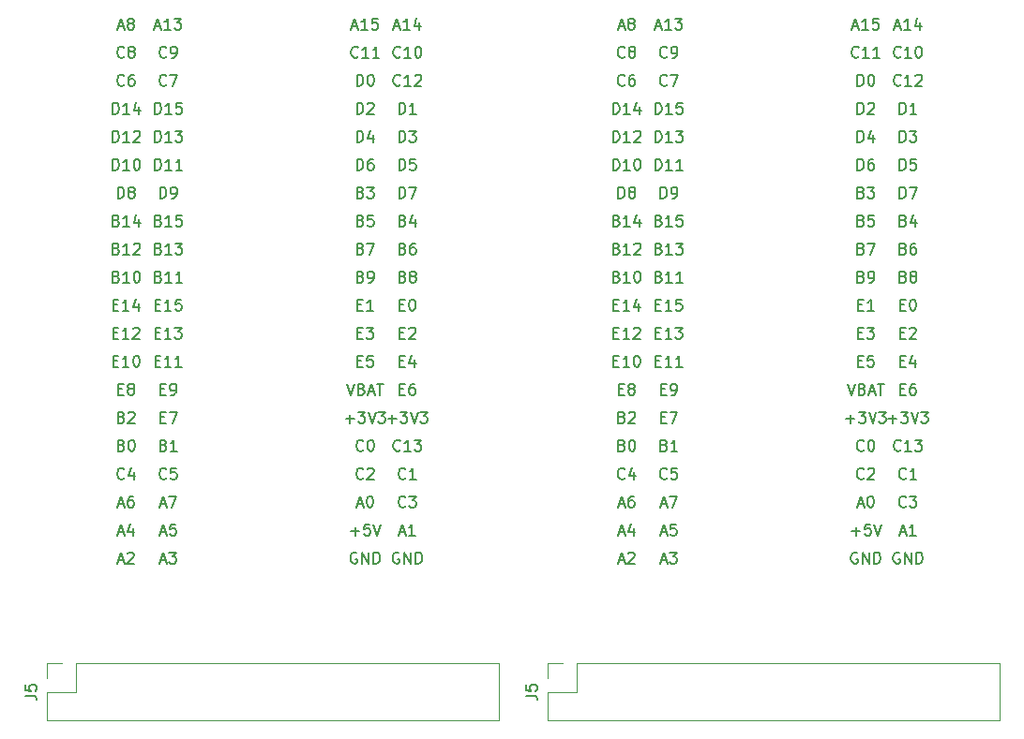
<source format=gbr>
G04 #@! TF.GenerationSoftware,KiCad,Pcbnew,(5.1.4)-1*
G04 #@! TF.CreationDate,2019-12-06T09:56:12+08:00*
G04 #@! TF.ProjectId,STM32F407VTE6-SOCKET_1x2,53544d33-3246-4343-9037-565445362d53,rev?*
G04 #@! TF.SameCoordinates,Original*
G04 #@! TF.FileFunction,Legend,Top*
G04 #@! TF.FilePolarity,Positive*
%FSLAX46Y46*%
G04 Gerber Fmt 4.6, Leading zero omitted, Abs format (unit mm)*
G04 Created by KiCad (PCBNEW (5.1.4)-1) date 2019-12-06 09:56:12*
%MOMM*%
%LPD*%
G04 APERTURE LIST*
%ADD10C,0.150000*%
%ADD11C,0.120000*%
G04 APERTURE END LIST*
D10*
X174819523Y-115736666D02*
X175295714Y-115736666D01*
X174724285Y-116022380D02*
X175057619Y-115022380D01*
X175390952Y-116022380D01*
X176248095Y-116022380D02*
X175676666Y-116022380D01*
X175962380Y-116022380D02*
X175962380Y-115022380D01*
X175867142Y-115165238D01*
X175771904Y-115260476D01*
X175676666Y-115308095D01*
X177152857Y-115022380D02*
X176676666Y-115022380D01*
X176629047Y-115498571D01*
X176676666Y-115450952D01*
X176771904Y-115403333D01*
X177010000Y-115403333D01*
X177105238Y-115450952D01*
X177152857Y-115498571D01*
X177200476Y-115593809D01*
X177200476Y-115831904D01*
X177152857Y-115927142D01*
X177105238Y-115974761D01*
X177010000Y-116022380D01*
X176771904Y-116022380D01*
X176676666Y-115974761D01*
X176629047Y-115927142D01*
X154253333Y-121007142D02*
X154205714Y-121054761D01*
X154062857Y-121102380D01*
X153967619Y-121102380D01*
X153824761Y-121054761D01*
X153729523Y-120959523D01*
X153681904Y-120864285D01*
X153634285Y-120673809D01*
X153634285Y-120530952D01*
X153681904Y-120340476D01*
X153729523Y-120245238D01*
X153824761Y-120150000D01*
X153967619Y-120102380D01*
X154062857Y-120102380D01*
X154205714Y-120150000D01*
X154253333Y-120197619D01*
X155110476Y-120102380D02*
X154920000Y-120102380D01*
X154824761Y-120150000D01*
X154777142Y-120197619D01*
X154681904Y-120340476D01*
X154634285Y-120530952D01*
X154634285Y-120911904D01*
X154681904Y-121007142D01*
X154729523Y-121054761D01*
X154824761Y-121102380D01*
X155015238Y-121102380D01*
X155110476Y-121054761D01*
X155158095Y-121007142D01*
X155205714Y-120911904D01*
X155205714Y-120673809D01*
X155158095Y-120578571D01*
X155110476Y-120530952D01*
X155015238Y-120483333D01*
X154824761Y-120483333D01*
X154729523Y-120530952D01*
X154681904Y-120578571D01*
X154634285Y-120673809D01*
X158063333Y-118467142D02*
X158015714Y-118514761D01*
X157872857Y-118562380D01*
X157777619Y-118562380D01*
X157634761Y-118514761D01*
X157539523Y-118419523D01*
X157491904Y-118324285D01*
X157444285Y-118133809D01*
X157444285Y-117990952D01*
X157491904Y-117800476D01*
X157539523Y-117705238D01*
X157634761Y-117610000D01*
X157777619Y-117562380D01*
X157872857Y-117562380D01*
X158015714Y-117610000D01*
X158063333Y-117657619D01*
X158539523Y-118562380D02*
X158730000Y-118562380D01*
X158825238Y-118514761D01*
X158872857Y-118467142D01*
X158968095Y-118324285D01*
X159015714Y-118133809D01*
X159015714Y-117752857D01*
X158968095Y-117657619D01*
X158920476Y-117610000D01*
X158825238Y-117562380D01*
X158634761Y-117562380D01*
X158539523Y-117610000D01*
X158491904Y-117657619D01*
X158444285Y-117752857D01*
X158444285Y-117990952D01*
X158491904Y-118086190D01*
X158539523Y-118133809D01*
X158634761Y-118181428D01*
X158825238Y-118181428D01*
X158920476Y-118133809D01*
X158968095Y-118086190D01*
X159015714Y-117990952D01*
X178629523Y-115736666D02*
X179105714Y-115736666D01*
X178534285Y-116022380D02*
X178867619Y-115022380D01*
X179200952Y-116022380D01*
X180058095Y-116022380D02*
X179486666Y-116022380D01*
X179772380Y-116022380D02*
X179772380Y-115022380D01*
X179677142Y-115165238D01*
X179581904Y-115260476D01*
X179486666Y-115308095D01*
X180915238Y-115355714D02*
X180915238Y-116022380D01*
X180677142Y-114974761D02*
X180439047Y-115689047D01*
X181058095Y-115689047D01*
X158063333Y-121007142D02*
X158015714Y-121054761D01*
X157872857Y-121102380D01*
X157777619Y-121102380D01*
X157634761Y-121054761D01*
X157539523Y-120959523D01*
X157491904Y-120864285D01*
X157444285Y-120673809D01*
X157444285Y-120530952D01*
X157491904Y-120340476D01*
X157539523Y-120245238D01*
X157634761Y-120150000D01*
X157777619Y-120102380D01*
X157872857Y-120102380D01*
X158015714Y-120150000D01*
X158063333Y-120197619D01*
X158396666Y-120102380D02*
X159063333Y-120102380D01*
X158634761Y-121102380D01*
X158063333Y-156567142D02*
X158015714Y-156614761D01*
X157872857Y-156662380D01*
X157777619Y-156662380D01*
X157634761Y-156614761D01*
X157539523Y-156519523D01*
X157491904Y-156424285D01*
X157444285Y-156233809D01*
X157444285Y-156090952D01*
X157491904Y-155900476D01*
X157539523Y-155805238D01*
X157634761Y-155710000D01*
X157777619Y-155662380D01*
X157872857Y-155662380D01*
X158015714Y-155710000D01*
X158063333Y-155757619D01*
X158968095Y-155662380D02*
X158491904Y-155662380D01*
X158444285Y-156138571D01*
X158491904Y-156090952D01*
X158587142Y-156043333D01*
X158825238Y-156043333D01*
X158920476Y-156090952D01*
X158968095Y-156138571D01*
X159015714Y-156233809D01*
X159015714Y-156471904D01*
X158968095Y-156567142D01*
X158920476Y-156614761D01*
X158825238Y-156662380D01*
X158587142Y-156662380D01*
X158491904Y-156614761D01*
X158444285Y-156567142D01*
X179177142Y-121007142D02*
X179129523Y-121054761D01*
X178986666Y-121102380D01*
X178891428Y-121102380D01*
X178748571Y-121054761D01*
X178653333Y-120959523D01*
X178605714Y-120864285D01*
X178558095Y-120673809D01*
X178558095Y-120530952D01*
X178605714Y-120340476D01*
X178653333Y-120245238D01*
X178748571Y-120150000D01*
X178891428Y-120102380D01*
X178986666Y-120102380D01*
X179129523Y-120150000D01*
X179177142Y-120197619D01*
X180129523Y-121102380D02*
X179558095Y-121102380D01*
X179843809Y-121102380D02*
X179843809Y-120102380D01*
X179748571Y-120245238D01*
X179653333Y-120340476D01*
X179558095Y-120388095D01*
X180510476Y-120197619D02*
X180558095Y-120150000D01*
X180653333Y-120102380D01*
X180891428Y-120102380D01*
X180986666Y-120150000D01*
X181034285Y-120197619D01*
X181081904Y-120292857D01*
X181081904Y-120388095D01*
X181034285Y-120530952D01*
X180462857Y-121102380D01*
X181081904Y-121102380D01*
X179653333Y-159107142D02*
X179605714Y-159154761D01*
X179462857Y-159202380D01*
X179367619Y-159202380D01*
X179224761Y-159154761D01*
X179129523Y-159059523D01*
X179081904Y-158964285D01*
X179034285Y-158773809D01*
X179034285Y-158630952D01*
X179081904Y-158440476D01*
X179129523Y-158345238D01*
X179224761Y-158250000D01*
X179367619Y-158202380D01*
X179462857Y-158202380D01*
X179605714Y-158250000D01*
X179653333Y-158297619D01*
X179986666Y-158202380D02*
X180605714Y-158202380D01*
X180272380Y-158583333D01*
X180415238Y-158583333D01*
X180510476Y-158630952D01*
X180558095Y-158678571D01*
X180605714Y-158773809D01*
X180605714Y-159011904D01*
X180558095Y-159107142D01*
X180510476Y-159154761D01*
X180415238Y-159202380D01*
X180129523Y-159202380D01*
X180034285Y-159154761D01*
X179986666Y-159107142D01*
X175843333Y-156567142D02*
X175795714Y-156614761D01*
X175652857Y-156662380D01*
X175557619Y-156662380D01*
X175414761Y-156614761D01*
X175319523Y-156519523D01*
X175271904Y-156424285D01*
X175224285Y-156233809D01*
X175224285Y-156090952D01*
X175271904Y-155900476D01*
X175319523Y-155805238D01*
X175414761Y-155710000D01*
X175557619Y-155662380D01*
X175652857Y-155662380D01*
X175795714Y-155710000D01*
X175843333Y-155757619D01*
X176224285Y-155757619D02*
X176271904Y-155710000D01*
X176367142Y-155662380D01*
X176605238Y-155662380D01*
X176700476Y-155710000D01*
X176748095Y-155757619D01*
X176795714Y-155852857D01*
X176795714Y-155948095D01*
X176748095Y-156090952D01*
X176176666Y-156662380D01*
X176795714Y-156662380D01*
X157515714Y-161456666D02*
X157991904Y-161456666D01*
X157420476Y-161742380D02*
X157753809Y-160742380D01*
X158087142Y-161742380D01*
X158896666Y-160742380D02*
X158420476Y-160742380D01*
X158372857Y-161218571D01*
X158420476Y-161170952D01*
X158515714Y-161123333D01*
X158753809Y-161123333D01*
X158849047Y-161170952D01*
X158896666Y-161218571D01*
X158944285Y-161313809D01*
X158944285Y-161551904D01*
X158896666Y-161647142D01*
X158849047Y-161694761D01*
X158753809Y-161742380D01*
X158515714Y-161742380D01*
X158420476Y-161694761D01*
X158372857Y-161647142D01*
X175843333Y-154027142D02*
X175795714Y-154074761D01*
X175652857Y-154122380D01*
X175557619Y-154122380D01*
X175414761Y-154074761D01*
X175319523Y-153979523D01*
X175271904Y-153884285D01*
X175224285Y-153693809D01*
X175224285Y-153550952D01*
X175271904Y-153360476D01*
X175319523Y-153265238D01*
X175414761Y-153170000D01*
X175557619Y-153122380D01*
X175652857Y-153122380D01*
X175795714Y-153170000D01*
X175843333Y-153217619D01*
X176462380Y-153122380D02*
X176557619Y-153122380D01*
X176652857Y-153170000D01*
X176700476Y-153217619D01*
X176748095Y-153312857D01*
X176795714Y-153503333D01*
X176795714Y-153741428D01*
X176748095Y-153931904D01*
X176700476Y-154027142D01*
X176652857Y-154074761D01*
X176557619Y-154122380D01*
X176462380Y-154122380D01*
X176367142Y-154074761D01*
X176319523Y-154027142D01*
X176271904Y-153931904D01*
X176224285Y-153741428D01*
X176224285Y-153503333D01*
X176271904Y-153312857D01*
X176319523Y-153217619D01*
X176367142Y-153170000D01*
X176462380Y-153122380D01*
X154253333Y-118467142D02*
X154205714Y-118514761D01*
X154062857Y-118562380D01*
X153967619Y-118562380D01*
X153824761Y-118514761D01*
X153729523Y-118419523D01*
X153681904Y-118324285D01*
X153634285Y-118133809D01*
X153634285Y-117990952D01*
X153681904Y-117800476D01*
X153729523Y-117705238D01*
X153824761Y-117610000D01*
X153967619Y-117562380D01*
X154062857Y-117562380D01*
X154205714Y-117610000D01*
X154253333Y-117657619D01*
X154824761Y-117990952D02*
X154729523Y-117943333D01*
X154681904Y-117895714D01*
X154634285Y-117800476D01*
X154634285Y-117752857D01*
X154681904Y-117657619D01*
X154729523Y-117610000D01*
X154824761Y-117562380D01*
X155015238Y-117562380D01*
X155110476Y-117610000D01*
X155158095Y-117657619D01*
X155205714Y-117752857D01*
X155205714Y-117800476D01*
X155158095Y-117895714D01*
X155110476Y-117943333D01*
X155015238Y-117990952D01*
X154824761Y-117990952D01*
X154729523Y-118038571D01*
X154681904Y-118086190D01*
X154634285Y-118181428D01*
X154634285Y-118371904D01*
X154681904Y-118467142D01*
X154729523Y-118514761D01*
X154824761Y-118562380D01*
X155015238Y-118562380D01*
X155110476Y-118514761D01*
X155158095Y-118467142D01*
X155205714Y-118371904D01*
X155205714Y-118181428D01*
X155158095Y-118086190D01*
X155110476Y-118038571D01*
X155015238Y-117990952D01*
X175367142Y-118467142D02*
X175319523Y-118514761D01*
X175176666Y-118562380D01*
X175081428Y-118562380D01*
X174938571Y-118514761D01*
X174843333Y-118419523D01*
X174795714Y-118324285D01*
X174748095Y-118133809D01*
X174748095Y-117990952D01*
X174795714Y-117800476D01*
X174843333Y-117705238D01*
X174938571Y-117610000D01*
X175081428Y-117562380D01*
X175176666Y-117562380D01*
X175319523Y-117610000D01*
X175367142Y-117657619D01*
X176319523Y-118562380D02*
X175748095Y-118562380D01*
X176033809Y-118562380D02*
X176033809Y-117562380D01*
X175938571Y-117705238D01*
X175843333Y-117800476D01*
X175748095Y-117848095D01*
X177271904Y-118562380D02*
X176700476Y-118562380D01*
X176986190Y-118562380D02*
X176986190Y-117562380D01*
X176890952Y-117705238D01*
X176795714Y-117800476D01*
X176700476Y-117848095D01*
X179177142Y-154027142D02*
X179129523Y-154074761D01*
X178986666Y-154122380D01*
X178891428Y-154122380D01*
X178748571Y-154074761D01*
X178653333Y-153979523D01*
X178605714Y-153884285D01*
X178558095Y-153693809D01*
X178558095Y-153550952D01*
X178605714Y-153360476D01*
X178653333Y-153265238D01*
X178748571Y-153170000D01*
X178891428Y-153122380D01*
X178986666Y-153122380D01*
X179129523Y-153170000D01*
X179177142Y-153217619D01*
X180129523Y-154122380D02*
X179558095Y-154122380D01*
X179843809Y-154122380D02*
X179843809Y-153122380D01*
X179748571Y-153265238D01*
X179653333Y-153360476D01*
X179558095Y-153408095D01*
X180462857Y-153122380D02*
X181081904Y-153122380D01*
X180748571Y-153503333D01*
X180891428Y-153503333D01*
X180986666Y-153550952D01*
X181034285Y-153598571D01*
X181081904Y-153693809D01*
X181081904Y-153931904D01*
X181034285Y-154027142D01*
X180986666Y-154074761D01*
X180891428Y-154122380D01*
X180605714Y-154122380D01*
X180510476Y-154074761D01*
X180462857Y-154027142D01*
X179177142Y-118467142D02*
X179129523Y-118514761D01*
X178986666Y-118562380D01*
X178891428Y-118562380D01*
X178748571Y-118514761D01*
X178653333Y-118419523D01*
X178605714Y-118324285D01*
X178558095Y-118133809D01*
X178558095Y-117990952D01*
X178605714Y-117800476D01*
X178653333Y-117705238D01*
X178748571Y-117610000D01*
X178891428Y-117562380D01*
X178986666Y-117562380D01*
X179129523Y-117610000D01*
X179177142Y-117657619D01*
X180129523Y-118562380D02*
X179558095Y-118562380D01*
X179843809Y-118562380D02*
X179843809Y-117562380D01*
X179748571Y-117705238D01*
X179653333Y-117800476D01*
X179558095Y-117848095D01*
X180748571Y-117562380D02*
X180843809Y-117562380D01*
X180939047Y-117610000D01*
X180986666Y-117657619D01*
X181034285Y-117752857D01*
X181081904Y-117943333D01*
X181081904Y-118181428D01*
X181034285Y-118371904D01*
X180986666Y-118467142D01*
X180939047Y-118514761D01*
X180843809Y-118562380D01*
X180748571Y-118562380D01*
X180653333Y-118514761D01*
X180605714Y-118467142D01*
X180558095Y-118371904D01*
X180510476Y-118181428D01*
X180510476Y-117943333D01*
X180558095Y-117752857D01*
X180605714Y-117657619D01*
X180653333Y-117610000D01*
X180748571Y-117562380D01*
X157515714Y-158916666D02*
X157991904Y-158916666D01*
X157420476Y-159202380D02*
X157753809Y-158202380D01*
X158087142Y-159202380D01*
X158325238Y-158202380D02*
X158991904Y-158202380D01*
X158563333Y-159202380D01*
X157039523Y-115736666D02*
X157515714Y-115736666D01*
X156944285Y-116022380D02*
X157277619Y-115022380D01*
X157610952Y-116022380D01*
X158468095Y-116022380D02*
X157896666Y-116022380D01*
X158182380Y-116022380D02*
X158182380Y-115022380D01*
X158087142Y-115165238D01*
X157991904Y-115260476D01*
X157896666Y-115308095D01*
X158801428Y-115022380D02*
X159420476Y-115022380D01*
X159087142Y-115403333D01*
X159230000Y-115403333D01*
X159325238Y-115450952D01*
X159372857Y-115498571D01*
X159420476Y-115593809D01*
X159420476Y-115831904D01*
X159372857Y-115927142D01*
X159325238Y-115974761D01*
X159230000Y-116022380D01*
X158944285Y-116022380D01*
X158849047Y-115974761D01*
X158801428Y-115927142D01*
X153705714Y-115736666D02*
X154181904Y-115736666D01*
X153610476Y-116022380D02*
X153943809Y-115022380D01*
X154277142Y-116022380D01*
X154753333Y-115450952D02*
X154658095Y-115403333D01*
X154610476Y-115355714D01*
X154562857Y-115260476D01*
X154562857Y-115212857D01*
X154610476Y-115117619D01*
X154658095Y-115070000D01*
X154753333Y-115022380D01*
X154943809Y-115022380D01*
X155039047Y-115070000D01*
X155086666Y-115117619D01*
X155134285Y-115212857D01*
X155134285Y-115260476D01*
X155086666Y-115355714D01*
X155039047Y-115403333D01*
X154943809Y-115450952D01*
X154753333Y-115450952D01*
X154658095Y-115498571D01*
X154610476Y-115546190D01*
X154562857Y-115641428D01*
X154562857Y-115831904D01*
X154610476Y-115927142D01*
X154658095Y-115974761D01*
X154753333Y-116022380D01*
X154943809Y-116022380D01*
X155039047Y-115974761D01*
X155086666Y-115927142D01*
X155134285Y-115831904D01*
X155134285Y-115641428D01*
X155086666Y-115546190D01*
X155039047Y-115498571D01*
X154943809Y-115450952D01*
X179653333Y-156567142D02*
X179605714Y-156614761D01*
X179462857Y-156662380D01*
X179367619Y-156662380D01*
X179224761Y-156614761D01*
X179129523Y-156519523D01*
X179081904Y-156424285D01*
X179034285Y-156233809D01*
X179034285Y-156090952D01*
X179081904Y-155900476D01*
X179129523Y-155805238D01*
X179224761Y-155710000D01*
X179367619Y-155662380D01*
X179462857Y-155662380D01*
X179605714Y-155710000D01*
X179653333Y-155757619D01*
X180605714Y-156662380D02*
X180034285Y-156662380D01*
X180320000Y-156662380D02*
X180320000Y-155662380D01*
X180224761Y-155805238D01*
X180129523Y-155900476D01*
X180034285Y-155948095D01*
X174367142Y-148042380D02*
X174700476Y-149042380D01*
X175033809Y-148042380D01*
X175700476Y-148518571D02*
X175843333Y-148566190D01*
X175890952Y-148613809D01*
X175938571Y-148709047D01*
X175938571Y-148851904D01*
X175890952Y-148947142D01*
X175843333Y-148994761D01*
X175748095Y-149042380D01*
X175367142Y-149042380D01*
X175367142Y-148042380D01*
X175700476Y-148042380D01*
X175795714Y-148090000D01*
X175843333Y-148137619D01*
X175890952Y-148232857D01*
X175890952Y-148328095D01*
X175843333Y-148423333D01*
X175795714Y-148470952D01*
X175700476Y-148518571D01*
X175367142Y-148518571D01*
X176319523Y-148756666D02*
X176795714Y-148756666D01*
X176224285Y-149042380D02*
X176557619Y-148042380D01*
X176890952Y-149042380D01*
X177081428Y-148042380D02*
X177652857Y-148042380D01*
X177367142Y-149042380D02*
X177367142Y-148042380D01*
X153705714Y-161456666D02*
X154181904Y-161456666D01*
X153610476Y-161742380D02*
X153943809Y-160742380D01*
X154277142Y-161742380D01*
X155039047Y-161075714D02*
X155039047Y-161742380D01*
X154800952Y-160694761D02*
X154562857Y-161409047D01*
X155181904Y-161409047D01*
X153705714Y-158916666D02*
X154181904Y-158916666D01*
X153610476Y-159202380D02*
X153943809Y-158202380D01*
X154277142Y-159202380D01*
X155039047Y-158202380D02*
X154848571Y-158202380D01*
X154753333Y-158250000D01*
X154705714Y-158297619D01*
X154610476Y-158440476D01*
X154562857Y-158630952D01*
X154562857Y-159011904D01*
X154610476Y-159107142D01*
X154658095Y-159154761D01*
X154753333Y-159202380D01*
X154943809Y-159202380D01*
X155039047Y-159154761D01*
X155086666Y-159107142D01*
X155134285Y-159011904D01*
X155134285Y-158773809D01*
X155086666Y-158678571D01*
X155039047Y-158630952D01*
X154943809Y-158583333D01*
X154753333Y-158583333D01*
X154658095Y-158630952D01*
X154610476Y-158678571D01*
X154562857Y-158773809D01*
X154253333Y-156567142D02*
X154205714Y-156614761D01*
X154062857Y-156662380D01*
X153967619Y-156662380D01*
X153824761Y-156614761D01*
X153729523Y-156519523D01*
X153681904Y-156424285D01*
X153634285Y-156233809D01*
X153634285Y-156090952D01*
X153681904Y-155900476D01*
X153729523Y-155805238D01*
X153824761Y-155710000D01*
X153967619Y-155662380D01*
X154062857Y-155662380D01*
X154205714Y-155710000D01*
X154253333Y-155757619D01*
X155110476Y-155995714D02*
X155110476Y-156662380D01*
X154872380Y-155614761D02*
X154634285Y-156329047D01*
X155253333Y-156329047D01*
X153205714Y-123642380D02*
X153205714Y-122642380D01*
X153443809Y-122642380D01*
X153586666Y-122690000D01*
X153681904Y-122785238D01*
X153729523Y-122880476D01*
X153777142Y-123070952D01*
X153777142Y-123213809D01*
X153729523Y-123404285D01*
X153681904Y-123499523D01*
X153586666Y-123594761D01*
X153443809Y-123642380D01*
X153205714Y-123642380D01*
X154729523Y-123642380D02*
X154158095Y-123642380D01*
X154443809Y-123642380D02*
X154443809Y-122642380D01*
X154348571Y-122785238D01*
X154253333Y-122880476D01*
X154158095Y-122928095D01*
X155586666Y-122975714D02*
X155586666Y-123642380D01*
X155348571Y-122594761D02*
X155110476Y-123309047D01*
X155729523Y-123309047D01*
X157015714Y-128722380D02*
X157015714Y-127722380D01*
X157253809Y-127722380D01*
X157396666Y-127770000D01*
X157491904Y-127865238D01*
X157539523Y-127960476D01*
X157587142Y-128150952D01*
X157587142Y-128293809D01*
X157539523Y-128484285D01*
X157491904Y-128579523D01*
X157396666Y-128674761D01*
X157253809Y-128722380D01*
X157015714Y-128722380D01*
X158539523Y-128722380D02*
X157968095Y-128722380D01*
X158253809Y-128722380D02*
X158253809Y-127722380D01*
X158158571Y-127865238D01*
X158063333Y-127960476D01*
X157968095Y-128008095D01*
X159491904Y-128722380D02*
X158920476Y-128722380D01*
X159206190Y-128722380D02*
X159206190Y-127722380D01*
X159110952Y-127865238D01*
X159015714Y-127960476D01*
X158920476Y-128008095D01*
X154015238Y-153598571D02*
X154158095Y-153646190D01*
X154205714Y-153693809D01*
X154253333Y-153789047D01*
X154253333Y-153931904D01*
X154205714Y-154027142D01*
X154158095Y-154074761D01*
X154062857Y-154122380D01*
X153681904Y-154122380D01*
X153681904Y-153122380D01*
X154015238Y-153122380D01*
X154110476Y-153170000D01*
X154158095Y-153217619D01*
X154205714Y-153312857D01*
X154205714Y-153408095D01*
X154158095Y-153503333D01*
X154110476Y-153550952D01*
X154015238Y-153598571D01*
X153681904Y-153598571D01*
X154872380Y-153122380D02*
X154967619Y-153122380D01*
X155062857Y-153170000D01*
X155110476Y-153217619D01*
X155158095Y-153312857D01*
X155205714Y-153503333D01*
X155205714Y-153741428D01*
X155158095Y-153931904D01*
X155110476Y-154027142D01*
X155062857Y-154074761D01*
X154967619Y-154122380D01*
X154872380Y-154122380D01*
X154777142Y-154074761D01*
X154729523Y-154027142D01*
X154681904Y-153931904D01*
X154634285Y-153741428D01*
X154634285Y-153503333D01*
X154681904Y-153312857D01*
X154729523Y-153217619D01*
X154777142Y-153170000D01*
X154872380Y-153122380D01*
X154015238Y-151058571D02*
X154158095Y-151106190D01*
X154205714Y-151153809D01*
X154253333Y-151249047D01*
X154253333Y-151391904D01*
X154205714Y-151487142D01*
X154158095Y-151534761D01*
X154062857Y-151582380D01*
X153681904Y-151582380D01*
X153681904Y-150582380D01*
X154015238Y-150582380D01*
X154110476Y-150630000D01*
X154158095Y-150677619D01*
X154205714Y-150772857D01*
X154205714Y-150868095D01*
X154158095Y-150963333D01*
X154110476Y-151010952D01*
X154015238Y-151058571D01*
X153681904Y-151058571D01*
X154634285Y-150677619D02*
X154681904Y-150630000D01*
X154777142Y-150582380D01*
X155015238Y-150582380D01*
X155110476Y-150630000D01*
X155158095Y-150677619D01*
X155205714Y-150772857D01*
X155205714Y-150868095D01*
X155158095Y-151010952D01*
X154586666Y-151582380D01*
X155205714Y-151582380D01*
X179415238Y-138358571D02*
X179558095Y-138406190D01*
X179605714Y-138453809D01*
X179653333Y-138549047D01*
X179653333Y-138691904D01*
X179605714Y-138787142D01*
X179558095Y-138834761D01*
X179462857Y-138882380D01*
X179081904Y-138882380D01*
X179081904Y-137882380D01*
X179415238Y-137882380D01*
X179510476Y-137930000D01*
X179558095Y-137977619D01*
X179605714Y-138072857D01*
X179605714Y-138168095D01*
X179558095Y-138263333D01*
X179510476Y-138310952D01*
X179415238Y-138358571D01*
X179081904Y-138358571D01*
X180224761Y-138310952D02*
X180129523Y-138263333D01*
X180081904Y-138215714D01*
X180034285Y-138120476D01*
X180034285Y-138072857D01*
X180081904Y-137977619D01*
X180129523Y-137930000D01*
X180224761Y-137882380D01*
X180415238Y-137882380D01*
X180510476Y-137930000D01*
X180558095Y-137977619D01*
X180605714Y-138072857D01*
X180605714Y-138120476D01*
X180558095Y-138215714D01*
X180510476Y-138263333D01*
X180415238Y-138310952D01*
X180224761Y-138310952D01*
X180129523Y-138358571D01*
X180081904Y-138406190D01*
X180034285Y-138501428D01*
X180034285Y-138691904D01*
X180081904Y-138787142D01*
X180129523Y-138834761D01*
X180224761Y-138882380D01*
X180415238Y-138882380D01*
X180510476Y-138834761D01*
X180558095Y-138787142D01*
X180605714Y-138691904D01*
X180605714Y-138501428D01*
X180558095Y-138406190D01*
X180510476Y-138358571D01*
X180415238Y-138310952D01*
X157825238Y-153598571D02*
X157968095Y-153646190D01*
X158015714Y-153693809D01*
X158063333Y-153789047D01*
X158063333Y-153931904D01*
X158015714Y-154027142D01*
X157968095Y-154074761D01*
X157872857Y-154122380D01*
X157491904Y-154122380D01*
X157491904Y-153122380D01*
X157825238Y-153122380D01*
X157920476Y-153170000D01*
X157968095Y-153217619D01*
X158015714Y-153312857D01*
X158015714Y-153408095D01*
X157968095Y-153503333D01*
X157920476Y-153550952D01*
X157825238Y-153598571D01*
X157491904Y-153598571D01*
X159015714Y-154122380D02*
X158444285Y-154122380D01*
X158730000Y-154122380D02*
X158730000Y-153122380D01*
X158634761Y-153265238D01*
X158539523Y-153360476D01*
X158444285Y-153408095D01*
X157515714Y-163996666D02*
X157991904Y-163996666D01*
X157420476Y-164282380D02*
X157753809Y-163282380D01*
X158087142Y-164282380D01*
X158325238Y-163282380D02*
X158944285Y-163282380D01*
X158610952Y-163663333D01*
X158753809Y-163663333D01*
X158849047Y-163710952D01*
X158896666Y-163758571D01*
X158944285Y-163853809D01*
X158944285Y-164091904D01*
X158896666Y-164187142D01*
X158849047Y-164234761D01*
X158753809Y-164282380D01*
X158468095Y-164282380D01*
X158372857Y-164234761D01*
X158325238Y-164187142D01*
X153705714Y-163996666D02*
X154181904Y-163996666D01*
X153610476Y-164282380D02*
X153943809Y-163282380D01*
X154277142Y-164282380D01*
X154562857Y-163377619D02*
X154610476Y-163330000D01*
X154705714Y-163282380D01*
X154943809Y-163282380D01*
X155039047Y-163330000D01*
X155086666Y-163377619D01*
X155134285Y-163472857D01*
X155134285Y-163568095D01*
X155086666Y-163710952D01*
X154515238Y-164282380D01*
X155134285Y-164282380D01*
X179105714Y-161456666D02*
X179581904Y-161456666D01*
X179010476Y-161742380D02*
X179343809Y-160742380D01*
X179677142Y-161742380D01*
X180534285Y-161742380D02*
X179962857Y-161742380D01*
X180248571Y-161742380D02*
X180248571Y-160742380D01*
X180153333Y-160885238D01*
X180058095Y-160980476D01*
X179962857Y-161028095D01*
X175605238Y-133278571D02*
X175748095Y-133326190D01*
X175795714Y-133373809D01*
X175843333Y-133469047D01*
X175843333Y-133611904D01*
X175795714Y-133707142D01*
X175748095Y-133754761D01*
X175652857Y-133802380D01*
X175271904Y-133802380D01*
X175271904Y-132802380D01*
X175605238Y-132802380D01*
X175700476Y-132850000D01*
X175748095Y-132897619D01*
X175795714Y-132992857D01*
X175795714Y-133088095D01*
X175748095Y-133183333D01*
X175700476Y-133230952D01*
X175605238Y-133278571D01*
X175271904Y-133278571D01*
X176748095Y-132802380D02*
X176271904Y-132802380D01*
X176224285Y-133278571D01*
X176271904Y-133230952D01*
X176367142Y-133183333D01*
X176605238Y-133183333D01*
X176700476Y-133230952D01*
X176748095Y-133278571D01*
X176795714Y-133373809D01*
X176795714Y-133611904D01*
X176748095Y-133707142D01*
X176700476Y-133754761D01*
X176605238Y-133802380D01*
X176367142Y-133802380D01*
X176271904Y-133754761D01*
X176224285Y-133707142D01*
X157015714Y-123642380D02*
X157015714Y-122642380D01*
X157253809Y-122642380D01*
X157396666Y-122690000D01*
X157491904Y-122785238D01*
X157539523Y-122880476D01*
X157587142Y-123070952D01*
X157587142Y-123213809D01*
X157539523Y-123404285D01*
X157491904Y-123499523D01*
X157396666Y-123594761D01*
X157253809Y-123642380D01*
X157015714Y-123642380D01*
X158539523Y-123642380D02*
X157968095Y-123642380D01*
X158253809Y-123642380D02*
X158253809Y-122642380D01*
X158158571Y-122785238D01*
X158063333Y-122880476D01*
X157968095Y-122928095D01*
X159444285Y-122642380D02*
X158968095Y-122642380D01*
X158920476Y-123118571D01*
X158968095Y-123070952D01*
X159063333Y-123023333D01*
X159301428Y-123023333D01*
X159396666Y-123070952D01*
X159444285Y-123118571D01*
X159491904Y-123213809D01*
X159491904Y-123451904D01*
X159444285Y-123547142D01*
X159396666Y-123594761D01*
X159301428Y-123642380D01*
X159063333Y-123642380D01*
X158968095Y-123594761D01*
X158920476Y-123547142D01*
X153681904Y-131262380D02*
X153681904Y-130262380D01*
X153920000Y-130262380D01*
X154062857Y-130310000D01*
X154158095Y-130405238D01*
X154205714Y-130500476D01*
X154253333Y-130690952D01*
X154253333Y-130833809D01*
X154205714Y-131024285D01*
X154158095Y-131119523D01*
X154062857Y-131214761D01*
X153920000Y-131262380D01*
X153681904Y-131262380D01*
X154824761Y-130690952D02*
X154729523Y-130643333D01*
X154681904Y-130595714D01*
X154634285Y-130500476D01*
X154634285Y-130452857D01*
X154681904Y-130357619D01*
X154729523Y-130310000D01*
X154824761Y-130262380D01*
X155015238Y-130262380D01*
X155110476Y-130310000D01*
X155158095Y-130357619D01*
X155205714Y-130452857D01*
X155205714Y-130500476D01*
X155158095Y-130595714D01*
X155110476Y-130643333D01*
X155015238Y-130690952D01*
X154824761Y-130690952D01*
X154729523Y-130738571D01*
X154681904Y-130786190D01*
X154634285Y-130881428D01*
X154634285Y-131071904D01*
X154681904Y-131167142D01*
X154729523Y-131214761D01*
X154824761Y-131262380D01*
X155015238Y-131262380D01*
X155110476Y-131214761D01*
X155158095Y-131167142D01*
X155205714Y-131071904D01*
X155205714Y-130881428D01*
X155158095Y-130786190D01*
X155110476Y-130738571D01*
X155015238Y-130690952D01*
X175295714Y-158916666D02*
X175771904Y-158916666D01*
X175200476Y-159202380D02*
X175533809Y-158202380D01*
X175867142Y-159202380D01*
X176390952Y-158202380D02*
X176486190Y-158202380D01*
X176581428Y-158250000D01*
X176629047Y-158297619D01*
X176676666Y-158392857D01*
X176724285Y-158583333D01*
X176724285Y-158821428D01*
X176676666Y-159011904D01*
X176629047Y-159107142D01*
X176581428Y-159154761D01*
X176486190Y-159202380D01*
X176390952Y-159202380D01*
X176295714Y-159154761D01*
X176248095Y-159107142D01*
X176200476Y-159011904D01*
X176152857Y-158821428D01*
X176152857Y-158583333D01*
X176200476Y-158392857D01*
X176248095Y-158297619D01*
X176295714Y-158250000D01*
X176390952Y-158202380D01*
X157349047Y-133278571D02*
X157491904Y-133326190D01*
X157539523Y-133373809D01*
X157587142Y-133469047D01*
X157587142Y-133611904D01*
X157539523Y-133707142D01*
X157491904Y-133754761D01*
X157396666Y-133802380D01*
X157015714Y-133802380D01*
X157015714Y-132802380D01*
X157349047Y-132802380D01*
X157444285Y-132850000D01*
X157491904Y-132897619D01*
X157539523Y-132992857D01*
X157539523Y-133088095D01*
X157491904Y-133183333D01*
X157444285Y-133230952D01*
X157349047Y-133278571D01*
X157015714Y-133278571D01*
X158539523Y-133802380D02*
X157968095Y-133802380D01*
X158253809Y-133802380D02*
X158253809Y-132802380D01*
X158158571Y-132945238D01*
X158063333Y-133040476D01*
X157968095Y-133088095D01*
X159444285Y-132802380D02*
X158968095Y-132802380D01*
X158920476Y-133278571D01*
X158968095Y-133230952D01*
X159063333Y-133183333D01*
X159301428Y-133183333D01*
X159396666Y-133230952D01*
X159444285Y-133278571D01*
X159491904Y-133373809D01*
X159491904Y-133611904D01*
X159444285Y-133707142D01*
X159396666Y-133754761D01*
X159301428Y-133802380D01*
X159063333Y-133802380D01*
X158968095Y-133754761D01*
X158920476Y-133707142D01*
X153539047Y-133278571D02*
X153681904Y-133326190D01*
X153729523Y-133373809D01*
X153777142Y-133469047D01*
X153777142Y-133611904D01*
X153729523Y-133707142D01*
X153681904Y-133754761D01*
X153586666Y-133802380D01*
X153205714Y-133802380D01*
X153205714Y-132802380D01*
X153539047Y-132802380D01*
X153634285Y-132850000D01*
X153681904Y-132897619D01*
X153729523Y-132992857D01*
X153729523Y-133088095D01*
X153681904Y-133183333D01*
X153634285Y-133230952D01*
X153539047Y-133278571D01*
X153205714Y-133278571D01*
X154729523Y-133802380D02*
X154158095Y-133802380D01*
X154443809Y-133802380D02*
X154443809Y-132802380D01*
X154348571Y-132945238D01*
X154253333Y-133040476D01*
X154158095Y-133088095D01*
X155586666Y-133135714D02*
X155586666Y-133802380D01*
X155348571Y-132754761D02*
X155110476Y-133469047D01*
X155729523Y-133469047D01*
X157349047Y-135818571D02*
X157491904Y-135866190D01*
X157539523Y-135913809D01*
X157587142Y-136009047D01*
X157587142Y-136151904D01*
X157539523Y-136247142D01*
X157491904Y-136294761D01*
X157396666Y-136342380D01*
X157015714Y-136342380D01*
X157015714Y-135342380D01*
X157349047Y-135342380D01*
X157444285Y-135390000D01*
X157491904Y-135437619D01*
X157539523Y-135532857D01*
X157539523Y-135628095D01*
X157491904Y-135723333D01*
X157444285Y-135770952D01*
X157349047Y-135818571D01*
X157015714Y-135818571D01*
X158539523Y-136342380D02*
X157968095Y-136342380D01*
X158253809Y-136342380D02*
X158253809Y-135342380D01*
X158158571Y-135485238D01*
X158063333Y-135580476D01*
X157968095Y-135628095D01*
X158872857Y-135342380D02*
X159491904Y-135342380D01*
X159158571Y-135723333D01*
X159301428Y-135723333D01*
X159396666Y-135770952D01*
X159444285Y-135818571D01*
X159491904Y-135913809D01*
X159491904Y-136151904D01*
X159444285Y-136247142D01*
X159396666Y-136294761D01*
X159301428Y-136342380D01*
X159015714Y-136342380D01*
X158920476Y-136294761D01*
X158872857Y-136247142D01*
X153539047Y-135818571D02*
X153681904Y-135866190D01*
X153729523Y-135913809D01*
X153777142Y-136009047D01*
X153777142Y-136151904D01*
X153729523Y-136247142D01*
X153681904Y-136294761D01*
X153586666Y-136342380D01*
X153205714Y-136342380D01*
X153205714Y-135342380D01*
X153539047Y-135342380D01*
X153634285Y-135390000D01*
X153681904Y-135437619D01*
X153729523Y-135532857D01*
X153729523Y-135628095D01*
X153681904Y-135723333D01*
X153634285Y-135770952D01*
X153539047Y-135818571D01*
X153205714Y-135818571D01*
X154729523Y-136342380D02*
X154158095Y-136342380D01*
X154443809Y-136342380D02*
X154443809Y-135342380D01*
X154348571Y-135485238D01*
X154253333Y-135580476D01*
X154158095Y-135628095D01*
X155110476Y-135437619D02*
X155158095Y-135390000D01*
X155253333Y-135342380D01*
X155491428Y-135342380D01*
X155586666Y-135390000D01*
X155634285Y-135437619D01*
X155681904Y-135532857D01*
X155681904Y-135628095D01*
X155634285Y-135770952D01*
X155062857Y-136342380D01*
X155681904Y-136342380D01*
X157015714Y-126182380D02*
X157015714Y-125182380D01*
X157253809Y-125182380D01*
X157396666Y-125230000D01*
X157491904Y-125325238D01*
X157539523Y-125420476D01*
X157587142Y-125610952D01*
X157587142Y-125753809D01*
X157539523Y-125944285D01*
X157491904Y-126039523D01*
X157396666Y-126134761D01*
X157253809Y-126182380D01*
X157015714Y-126182380D01*
X158539523Y-126182380D02*
X157968095Y-126182380D01*
X158253809Y-126182380D02*
X158253809Y-125182380D01*
X158158571Y-125325238D01*
X158063333Y-125420476D01*
X157968095Y-125468095D01*
X158872857Y-125182380D02*
X159491904Y-125182380D01*
X159158571Y-125563333D01*
X159301428Y-125563333D01*
X159396666Y-125610952D01*
X159444285Y-125658571D01*
X159491904Y-125753809D01*
X159491904Y-125991904D01*
X159444285Y-126087142D01*
X159396666Y-126134761D01*
X159301428Y-126182380D01*
X159015714Y-126182380D01*
X158920476Y-126134761D01*
X158872857Y-126087142D01*
X157349047Y-138358571D02*
X157491904Y-138406190D01*
X157539523Y-138453809D01*
X157587142Y-138549047D01*
X157587142Y-138691904D01*
X157539523Y-138787142D01*
X157491904Y-138834761D01*
X157396666Y-138882380D01*
X157015714Y-138882380D01*
X157015714Y-137882380D01*
X157349047Y-137882380D01*
X157444285Y-137930000D01*
X157491904Y-137977619D01*
X157539523Y-138072857D01*
X157539523Y-138168095D01*
X157491904Y-138263333D01*
X157444285Y-138310952D01*
X157349047Y-138358571D01*
X157015714Y-138358571D01*
X158539523Y-138882380D02*
X157968095Y-138882380D01*
X158253809Y-138882380D02*
X158253809Y-137882380D01*
X158158571Y-138025238D01*
X158063333Y-138120476D01*
X157968095Y-138168095D01*
X159491904Y-138882380D02*
X158920476Y-138882380D01*
X159206190Y-138882380D02*
X159206190Y-137882380D01*
X159110952Y-138025238D01*
X159015714Y-138120476D01*
X158920476Y-138168095D01*
X175605238Y-130738571D02*
X175748095Y-130786190D01*
X175795714Y-130833809D01*
X175843333Y-130929047D01*
X175843333Y-131071904D01*
X175795714Y-131167142D01*
X175748095Y-131214761D01*
X175652857Y-131262380D01*
X175271904Y-131262380D01*
X175271904Y-130262380D01*
X175605238Y-130262380D01*
X175700476Y-130310000D01*
X175748095Y-130357619D01*
X175795714Y-130452857D01*
X175795714Y-130548095D01*
X175748095Y-130643333D01*
X175700476Y-130690952D01*
X175605238Y-130738571D01*
X175271904Y-130738571D01*
X176176666Y-130262380D02*
X176795714Y-130262380D01*
X176462380Y-130643333D01*
X176605238Y-130643333D01*
X176700476Y-130690952D01*
X176748095Y-130738571D01*
X176795714Y-130833809D01*
X176795714Y-131071904D01*
X176748095Y-131167142D01*
X176700476Y-131214761D01*
X176605238Y-131262380D01*
X176319523Y-131262380D01*
X176224285Y-131214761D01*
X176176666Y-131167142D01*
X153205714Y-126182380D02*
X153205714Y-125182380D01*
X153443809Y-125182380D01*
X153586666Y-125230000D01*
X153681904Y-125325238D01*
X153729523Y-125420476D01*
X153777142Y-125610952D01*
X153777142Y-125753809D01*
X153729523Y-125944285D01*
X153681904Y-126039523D01*
X153586666Y-126134761D01*
X153443809Y-126182380D01*
X153205714Y-126182380D01*
X154729523Y-126182380D02*
X154158095Y-126182380D01*
X154443809Y-126182380D02*
X154443809Y-125182380D01*
X154348571Y-125325238D01*
X154253333Y-125420476D01*
X154158095Y-125468095D01*
X155110476Y-125277619D02*
X155158095Y-125230000D01*
X155253333Y-125182380D01*
X155491428Y-125182380D01*
X155586666Y-125230000D01*
X155634285Y-125277619D01*
X155681904Y-125372857D01*
X155681904Y-125468095D01*
X155634285Y-125610952D01*
X155062857Y-126182380D01*
X155681904Y-126182380D01*
X153539047Y-138358571D02*
X153681904Y-138406190D01*
X153729523Y-138453809D01*
X153777142Y-138549047D01*
X153777142Y-138691904D01*
X153729523Y-138787142D01*
X153681904Y-138834761D01*
X153586666Y-138882380D01*
X153205714Y-138882380D01*
X153205714Y-137882380D01*
X153539047Y-137882380D01*
X153634285Y-137930000D01*
X153681904Y-137977619D01*
X153729523Y-138072857D01*
X153729523Y-138168095D01*
X153681904Y-138263333D01*
X153634285Y-138310952D01*
X153539047Y-138358571D01*
X153205714Y-138358571D01*
X154729523Y-138882380D02*
X154158095Y-138882380D01*
X154443809Y-138882380D02*
X154443809Y-137882380D01*
X154348571Y-138025238D01*
X154253333Y-138120476D01*
X154158095Y-138168095D01*
X155348571Y-137882380D02*
X155443809Y-137882380D01*
X155539047Y-137930000D01*
X155586666Y-137977619D01*
X155634285Y-138072857D01*
X155681904Y-138263333D01*
X155681904Y-138501428D01*
X155634285Y-138691904D01*
X155586666Y-138787142D01*
X155539047Y-138834761D01*
X155443809Y-138882380D01*
X155348571Y-138882380D01*
X155253333Y-138834761D01*
X155205714Y-138787142D01*
X155158095Y-138691904D01*
X155110476Y-138501428D01*
X155110476Y-138263333D01*
X155158095Y-138072857D01*
X155205714Y-137977619D01*
X155253333Y-137930000D01*
X155348571Y-137882380D01*
X175605238Y-138358571D02*
X175748095Y-138406190D01*
X175795714Y-138453809D01*
X175843333Y-138549047D01*
X175843333Y-138691904D01*
X175795714Y-138787142D01*
X175748095Y-138834761D01*
X175652857Y-138882380D01*
X175271904Y-138882380D01*
X175271904Y-137882380D01*
X175605238Y-137882380D01*
X175700476Y-137930000D01*
X175748095Y-137977619D01*
X175795714Y-138072857D01*
X175795714Y-138168095D01*
X175748095Y-138263333D01*
X175700476Y-138310952D01*
X175605238Y-138358571D01*
X175271904Y-138358571D01*
X176319523Y-138882380D02*
X176510000Y-138882380D01*
X176605238Y-138834761D01*
X176652857Y-138787142D01*
X176748095Y-138644285D01*
X176795714Y-138453809D01*
X176795714Y-138072857D01*
X176748095Y-137977619D01*
X176700476Y-137930000D01*
X176605238Y-137882380D01*
X176414761Y-137882380D01*
X176319523Y-137930000D01*
X176271904Y-137977619D01*
X176224285Y-138072857D01*
X176224285Y-138310952D01*
X176271904Y-138406190D01*
X176319523Y-138453809D01*
X176414761Y-138501428D01*
X176605238Y-138501428D01*
X176700476Y-138453809D01*
X176748095Y-138406190D01*
X176795714Y-138310952D01*
X175605238Y-135818571D02*
X175748095Y-135866190D01*
X175795714Y-135913809D01*
X175843333Y-136009047D01*
X175843333Y-136151904D01*
X175795714Y-136247142D01*
X175748095Y-136294761D01*
X175652857Y-136342380D01*
X175271904Y-136342380D01*
X175271904Y-135342380D01*
X175605238Y-135342380D01*
X175700476Y-135390000D01*
X175748095Y-135437619D01*
X175795714Y-135532857D01*
X175795714Y-135628095D01*
X175748095Y-135723333D01*
X175700476Y-135770952D01*
X175605238Y-135818571D01*
X175271904Y-135818571D01*
X176176666Y-135342380D02*
X176843333Y-135342380D01*
X176414761Y-136342380D01*
X157491904Y-131262380D02*
X157491904Y-130262380D01*
X157730000Y-130262380D01*
X157872857Y-130310000D01*
X157968095Y-130405238D01*
X158015714Y-130500476D01*
X158063333Y-130690952D01*
X158063333Y-130833809D01*
X158015714Y-131024285D01*
X157968095Y-131119523D01*
X157872857Y-131214761D01*
X157730000Y-131262380D01*
X157491904Y-131262380D01*
X158539523Y-131262380D02*
X158730000Y-131262380D01*
X158825238Y-131214761D01*
X158872857Y-131167142D01*
X158968095Y-131024285D01*
X159015714Y-130833809D01*
X159015714Y-130452857D01*
X158968095Y-130357619D01*
X158920476Y-130310000D01*
X158825238Y-130262380D01*
X158634761Y-130262380D01*
X158539523Y-130310000D01*
X158491904Y-130357619D01*
X158444285Y-130452857D01*
X158444285Y-130690952D01*
X158491904Y-130786190D01*
X158539523Y-130833809D01*
X158634761Y-130881428D01*
X158825238Y-130881428D01*
X158920476Y-130833809D01*
X158968095Y-130786190D01*
X159015714Y-130690952D01*
X179415238Y-133278571D02*
X179558095Y-133326190D01*
X179605714Y-133373809D01*
X179653333Y-133469047D01*
X179653333Y-133611904D01*
X179605714Y-133707142D01*
X179558095Y-133754761D01*
X179462857Y-133802380D01*
X179081904Y-133802380D01*
X179081904Y-132802380D01*
X179415238Y-132802380D01*
X179510476Y-132850000D01*
X179558095Y-132897619D01*
X179605714Y-132992857D01*
X179605714Y-133088095D01*
X179558095Y-133183333D01*
X179510476Y-133230952D01*
X179415238Y-133278571D01*
X179081904Y-133278571D01*
X180510476Y-133135714D02*
X180510476Y-133802380D01*
X180272380Y-132754761D02*
X180034285Y-133469047D01*
X180653333Y-133469047D01*
X179415238Y-135818571D02*
X179558095Y-135866190D01*
X179605714Y-135913809D01*
X179653333Y-136009047D01*
X179653333Y-136151904D01*
X179605714Y-136247142D01*
X179558095Y-136294761D01*
X179462857Y-136342380D01*
X179081904Y-136342380D01*
X179081904Y-135342380D01*
X179415238Y-135342380D01*
X179510476Y-135390000D01*
X179558095Y-135437619D01*
X179605714Y-135532857D01*
X179605714Y-135628095D01*
X179558095Y-135723333D01*
X179510476Y-135770952D01*
X179415238Y-135818571D01*
X179081904Y-135818571D01*
X180510476Y-135342380D02*
X180320000Y-135342380D01*
X180224761Y-135390000D01*
X180177142Y-135437619D01*
X180081904Y-135580476D01*
X180034285Y-135770952D01*
X180034285Y-136151904D01*
X180081904Y-136247142D01*
X180129523Y-136294761D01*
X180224761Y-136342380D01*
X180415238Y-136342380D01*
X180510476Y-136294761D01*
X180558095Y-136247142D01*
X180605714Y-136151904D01*
X180605714Y-135913809D01*
X180558095Y-135818571D01*
X180510476Y-135770952D01*
X180415238Y-135723333D01*
X180224761Y-135723333D01*
X180129523Y-135770952D01*
X180081904Y-135818571D01*
X180034285Y-135913809D01*
X153205714Y-128722380D02*
X153205714Y-127722380D01*
X153443809Y-127722380D01*
X153586666Y-127770000D01*
X153681904Y-127865238D01*
X153729523Y-127960476D01*
X153777142Y-128150952D01*
X153777142Y-128293809D01*
X153729523Y-128484285D01*
X153681904Y-128579523D01*
X153586666Y-128674761D01*
X153443809Y-128722380D01*
X153205714Y-128722380D01*
X154729523Y-128722380D02*
X154158095Y-128722380D01*
X154443809Y-128722380D02*
X154443809Y-127722380D01*
X154348571Y-127865238D01*
X154253333Y-127960476D01*
X154158095Y-128008095D01*
X155348571Y-127722380D02*
X155443809Y-127722380D01*
X155539047Y-127770000D01*
X155586666Y-127817619D01*
X155634285Y-127912857D01*
X155681904Y-128103333D01*
X155681904Y-128341428D01*
X155634285Y-128531904D01*
X155586666Y-128627142D01*
X155539047Y-128674761D01*
X155443809Y-128722380D01*
X155348571Y-128722380D01*
X155253333Y-128674761D01*
X155205714Y-128627142D01*
X155158095Y-128531904D01*
X155110476Y-128341428D01*
X155110476Y-128103333D01*
X155158095Y-127912857D01*
X155205714Y-127817619D01*
X155253333Y-127770000D01*
X155348571Y-127722380D01*
X153253333Y-143438571D02*
X153586666Y-143438571D01*
X153729523Y-143962380D02*
X153253333Y-143962380D01*
X153253333Y-142962380D01*
X153729523Y-142962380D01*
X154681904Y-143962380D02*
X154110476Y-143962380D01*
X154396190Y-143962380D02*
X154396190Y-142962380D01*
X154300952Y-143105238D01*
X154205714Y-143200476D01*
X154110476Y-143248095D01*
X155062857Y-143057619D02*
X155110476Y-143010000D01*
X155205714Y-142962380D01*
X155443809Y-142962380D01*
X155539047Y-143010000D01*
X155586666Y-143057619D01*
X155634285Y-143152857D01*
X155634285Y-143248095D01*
X155586666Y-143390952D01*
X155015238Y-143962380D01*
X155634285Y-143962380D01*
X157063333Y-145978571D02*
X157396666Y-145978571D01*
X157539523Y-146502380D02*
X157063333Y-146502380D01*
X157063333Y-145502380D01*
X157539523Y-145502380D01*
X158491904Y-146502380D02*
X157920476Y-146502380D01*
X158206190Y-146502380D02*
X158206190Y-145502380D01*
X158110952Y-145645238D01*
X158015714Y-145740476D01*
X157920476Y-145788095D01*
X159444285Y-146502380D02*
X158872857Y-146502380D01*
X159158571Y-146502380D02*
X159158571Y-145502380D01*
X159063333Y-145645238D01*
X158968095Y-145740476D01*
X158872857Y-145788095D01*
X179129523Y-145978571D02*
X179462857Y-145978571D01*
X179605714Y-146502380D02*
X179129523Y-146502380D01*
X179129523Y-145502380D01*
X179605714Y-145502380D01*
X180462857Y-145835714D02*
X180462857Y-146502380D01*
X180224761Y-145454761D02*
X179986666Y-146169047D01*
X180605714Y-146169047D01*
X178058095Y-151201428D02*
X178820000Y-151201428D01*
X178439047Y-151582380D02*
X178439047Y-150820476D01*
X179200952Y-150582380D02*
X179820000Y-150582380D01*
X179486666Y-150963333D01*
X179629523Y-150963333D01*
X179724761Y-151010952D01*
X179772380Y-151058571D01*
X179820000Y-151153809D01*
X179820000Y-151391904D01*
X179772380Y-151487142D01*
X179724761Y-151534761D01*
X179629523Y-151582380D01*
X179343809Y-151582380D01*
X179248571Y-151534761D01*
X179200952Y-151487142D01*
X180105714Y-150582380D02*
X180439047Y-151582380D01*
X180772380Y-150582380D01*
X181010476Y-150582380D02*
X181629523Y-150582380D01*
X181296190Y-150963333D01*
X181439047Y-150963333D01*
X181534285Y-151010952D01*
X181581904Y-151058571D01*
X181629523Y-151153809D01*
X181629523Y-151391904D01*
X181581904Y-151487142D01*
X181534285Y-151534761D01*
X181439047Y-151582380D01*
X181153333Y-151582380D01*
X181058095Y-151534761D01*
X181010476Y-151487142D01*
X157539523Y-148518571D02*
X157872857Y-148518571D01*
X158015714Y-149042380D02*
X157539523Y-149042380D01*
X157539523Y-148042380D01*
X158015714Y-148042380D01*
X158491904Y-149042380D02*
X158682380Y-149042380D01*
X158777619Y-148994761D01*
X158825238Y-148947142D01*
X158920476Y-148804285D01*
X158968095Y-148613809D01*
X158968095Y-148232857D01*
X158920476Y-148137619D01*
X158872857Y-148090000D01*
X158777619Y-148042380D01*
X158587142Y-148042380D01*
X158491904Y-148090000D01*
X158444285Y-148137619D01*
X158396666Y-148232857D01*
X158396666Y-148470952D01*
X158444285Y-148566190D01*
X158491904Y-148613809D01*
X158587142Y-148661428D01*
X158777619Y-148661428D01*
X158872857Y-148613809D01*
X158920476Y-148566190D01*
X158968095Y-148470952D01*
X175319523Y-145978571D02*
X175652857Y-145978571D01*
X175795714Y-146502380D02*
X175319523Y-146502380D01*
X175319523Y-145502380D01*
X175795714Y-145502380D01*
X176700476Y-145502380D02*
X176224285Y-145502380D01*
X176176666Y-145978571D01*
X176224285Y-145930952D01*
X176319523Y-145883333D01*
X176557619Y-145883333D01*
X176652857Y-145930952D01*
X176700476Y-145978571D01*
X176748095Y-146073809D01*
X176748095Y-146311904D01*
X176700476Y-146407142D01*
X176652857Y-146454761D01*
X176557619Y-146502380D01*
X176319523Y-146502380D01*
X176224285Y-146454761D01*
X176176666Y-146407142D01*
X175319523Y-143438571D02*
X175652857Y-143438571D01*
X175795714Y-143962380D02*
X175319523Y-143962380D01*
X175319523Y-142962380D01*
X175795714Y-142962380D01*
X176129047Y-142962380D02*
X176748095Y-142962380D01*
X176414761Y-143343333D01*
X176557619Y-143343333D01*
X176652857Y-143390952D01*
X176700476Y-143438571D01*
X176748095Y-143533809D01*
X176748095Y-143771904D01*
X176700476Y-143867142D01*
X176652857Y-143914761D01*
X176557619Y-143962380D01*
X176271904Y-143962380D01*
X176176666Y-143914761D01*
X176129047Y-143867142D01*
X179129523Y-143438571D02*
X179462857Y-143438571D01*
X179605714Y-143962380D02*
X179129523Y-143962380D01*
X179129523Y-142962380D01*
X179605714Y-142962380D01*
X179986666Y-143057619D02*
X180034285Y-143010000D01*
X180129523Y-142962380D01*
X180367619Y-142962380D01*
X180462857Y-143010000D01*
X180510476Y-143057619D01*
X180558095Y-143152857D01*
X180558095Y-143248095D01*
X180510476Y-143390952D01*
X179939047Y-143962380D01*
X180558095Y-143962380D01*
X175248095Y-163330000D02*
X175152857Y-163282380D01*
X175010000Y-163282380D01*
X174867142Y-163330000D01*
X174771904Y-163425238D01*
X174724285Y-163520476D01*
X174676666Y-163710952D01*
X174676666Y-163853809D01*
X174724285Y-164044285D01*
X174771904Y-164139523D01*
X174867142Y-164234761D01*
X175010000Y-164282380D01*
X175105238Y-164282380D01*
X175248095Y-164234761D01*
X175295714Y-164187142D01*
X175295714Y-163853809D01*
X175105238Y-163853809D01*
X175724285Y-164282380D02*
X175724285Y-163282380D01*
X176295714Y-164282380D01*
X176295714Y-163282380D01*
X176771904Y-164282380D02*
X176771904Y-163282380D01*
X177010000Y-163282380D01*
X177152857Y-163330000D01*
X177248095Y-163425238D01*
X177295714Y-163520476D01*
X177343333Y-163710952D01*
X177343333Y-163853809D01*
X177295714Y-164044285D01*
X177248095Y-164139523D01*
X177152857Y-164234761D01*
X177010000Y-164282380D01*
X176771904Y-164282380D01*
X179129523Y-140898571D02*
X179462857Y-140898571D01*
X179605714Y-141422380D02*
X179129523Y-141422380D01*
X179129523Y-140422380D01*
X179605714Y-140422380D01*
X180224761Y-140422380D02*
X180320000Y-140422380D01*
X180415238Y-140470000D01*
X180462857Y-140517619D01*
X180510476Y-140612857D01*
X180558095Y-140803333D01*
X180558095Y-141041428D01*
X180510476Y-141231904D01*
X180462857Y-141327142D01*
X180415238Y-141374761D01*
X180320000Y-141422380D01*
X180224761Y-141422380D01*
X180129523Y-141374761D01*
X180081904Y-141327142D01*
X180034285Y-141231904D01*
X179986666Y-141041428D01*
X179986666Y-140803333D01*
X180034285Y-140612857D01*
X180081904Y-140517619D01*
X180129523Y-140470000D01*
X180224761Y-140422380D01*
X174724285Y-161361428D02*
X175486190Y-161361428D01*
X175105238Y-161742380D02*
X175105238Y-160980476D01*
X176438571Y-160742380D02*
X175962380Y-160742380D01*
X175914761Y-161218571D01*
X175962380Y-161170952D01*
X176057619Y-161123333D01*
X176295714Y-161123333D01*
X176390952Y-161170952D01*
X176438571Y-161218571D01*
X176486190Y-161313809D01*
X176486190Y-161551904D01*
X176438571Y-161647142D01*
X176390952Y-161694761D01*
X176295714Y-161742380D01*
X176057619Y-161742380D01*
X175962380Y-161694761D01*
X175914761Y-161647142D01*
X176771904Y-160742380D02*
X177105238Y-161742380D01*
X177438571Y-160742380D01*
X179081904Y-131262380D02*
X179081904Y-130262380D01*
X179320000Y-130262380D01*
X179462857Y-130310000D01*
X179558095Y-130405238D01*
X179605714Y-130500476D01*
X179653333Y-130690952D01*
X179653333Y-130833809D01*
X179605714Y-131024285D01*
X179558095Y-131119523D01*
X179462857Y-131214761D01*
X179320000Y-131262380D01*
X179081904Y-131262380D01*
X179986666Y-130262380D02*
X180653333Y-130262380D01*
X180224761Y-131262380D01*
X175271904Y-128722380D02*
X175271904Y-127722380D01*
X175510000Y-127722380D01*
X175652857Y-127770000D01*
X175748095Y-127865238D01*
X175795714Y-127960476D01*
X175843333Y-128150952D01*
X175843333Y-128293809D01*
X175795714Y-128484285D01*
X175748095Y-128579523D01*
X175652857Y-128674761D01*
X175510000Y-128722380D01*
X175271904Y-128722380D01*
X176700476Y-127722380D02*
X176510000Y-127722380D01*
X176414761Y-127770000D01*
X176367142Y-127817619D01*
X176271904Y-127960476D01*
X176224285Y-128150952D01*
X176224285Y-128531904D01*
X176271904Y-128627142D01*
X176319523Y-128674761D01*
X176414761Y-128722380D01*
X176605238Y-128722380D01*
X176700476Y-128674761D01*
X176748095Y-128627142D01*
X176795714Y-128531904D01*
X176795714Y-128293809D01*
X176748095Y-128198571D01*
X176700476Y-128150952D01*
X176605238Y-128103333D01*
X176414761Y-128103333D01*
X176319523Y-128150952D01*
X176271904Y-128198571D01*
X176224285Y-128293809D01*
X179081904Y-128722380D02*
X179081904Y-127722380D01*
X179320000Y-127722380D01*
X179462857Y-127770000D01*
X179558095Y-127865238D01*
X179605714Y-127960476D01*
X179653333Y-128150952D01*
X179653333Y-128293809D01*
X179605714Y-128484285D01*
X179558095Y-128579523D01*
X179462857Y-128674761D01*
X179320000Y-128722380D01*
X179081904Y-128722380D01*
X180558095Y-127722380D02*
X180081904Y-127722380D01*
X180034285Y-128198571D01*
X180081904Y-128150952D01*
X180177142Y-128103333D01*
X180415238Y-128103333D01*
X180510476Y-128150952D01*
X180558095Y-128198571D01*
X180605714Y-128293809D01*
X180605714Y-128531904D01*
X180558095Y-128627142D01*
X180510476Y-128674761D01*
X180415238Y-128722380D01*
X180177142Y-128722380D01*
X180081904Y-128674761D01*
X180034285Y-128627142D01*
X153729523Y-148518571D02*
X154062857Y-148518571D01*
X154205714Y-149042380D02*
X153729523Y-149042380D01*
X153729523Y-148042380D01*
X154205714Y-148042380D01*
X154777142Y-148470952D02*
X154681904Y-148423333D01*
X154634285Y-148375714D01*
X154586666Y-148280476D01*
X154586666Y-148232857D01*
X154634285Y-148137619D01*
X154681904Y-148090000D01*
X154777142Y-148042380D01*
X154967619Y-148042380D01*
X155062857Y-148090000D01*
X155110476Y-148137619D01*
X155158095Y-148232857D01*
X155158095Y-148280476D01*
X155110476Y-148375714D01*
X155062857Y-148423333D01*
X154967619Y-148470952D01*
X154777142Y-148470952D01*
X154681904Y-148518571D01*
X154634285Y-148566190D01*
X154586666Y-148661428D01*
X154586666Y-148851904D01*
X154634285Y-148947142D01*
X154681904Y-148994761D01*
X154777142Y-149042380D01*
X154967619Y-149042380D01*
X155062857Y-148994761D01*
X155110476Y-148947142D01*
X155158095Y-148851904D01*
X155158095Y-148661428D01*
X155110476Y-148566190D01*
X155062857Y-148518571D01*
X154967619Y-148470952D01*
X175271904Y-126182380D02*
X175271904Y-125182380D01*
X175510000Y-125182380D01*
X175652857Y-125230000D01*
X175748095Y-125325238D01*
X175795714Y-125420476D01*
X175843333Y-125610952D01*
X175843333Y-125753809D01*
X175795714Y-125944285D01*
X175748095Y-126039523D01*
X175652857Y-126134761D01*
X175510000Y-126182380D01*
X175271904Y-126182380D01*
X176700476Y-125515714D02*
X176700476Y-126182380D01*
X176462380Y-125134761D02*
X176224285Y-125849047D01*
X176843333Y-125849047D01*
X174248095Y-151201428D02*
X175010000Y-151201428D01*
X174629047Y-151582380D02*
X174629047Y-150820476D01*
X175390952Y-150582380D02*
X176010000Y-150582380D01*
X175676666Y-150963333D01*
X175819523Y-150963333D01*
X175914761Y-151010952D01*
X175962380Y-151058571D01*
X176010000Y-151153809D01*
X176010000Y-151391904D01*
X175962380Y-151487142D01*
X175914761Y-151534761D01*
X175819523Y-151582380D01*
X175533809Y-151582380D01*
X175438571Y-151534761D01*
X175390952Y-151487142D01*
X176295714Y-150582380D02*
X176629047Y-151582380D01*
X176962380Y-150582380D01*
X177200476Y-150582380D02*
X177819523Y-150582380D01*
X177486190Y-150963333D01*
X177629047Y-150963333D01*
X177724285Y-151010952D01*
X177771904Y-151058571D01*
X177819523Y-151153809D01*
X177819523Y-151391904D01*
X177771904Y-151487142D01*
X177724285Y-151534761D01*
X177629047Y-151582380D01*
X177343333Y-151582380D01*
X177248095Y-151534761D01*
X177200476Y-151487142D01*
X179081904Y-126182380D02*
X179081904Y-125182380D01*
X179320000Y-125182380D01*
X179462857Y-125230000D01*
X179558095Y-125325238D01*
X179605714Y-125420476D01*
X179653333Y-125610952D01*
X179653333Y-125753809D01*
X179605714Y-125944285D01*
X179558095Y-126039523D01*
X179462857Y-126134761D01*
X179320000Y-126182380D01*
X179081904Y-126182380D01*
X179986666Y-125182380D02*
X180605714Y-125182380D01*
X180272380Y-125563333D01*
X180415238Y-125563333D01*
X180510476Y-125610952D01*
X180558095Y-125658571D01*
X180605714Y-125753809D01*
X180605714Y-125991904D01*
X180558095Y-126087142D01*
X180510476Y-126134761D01*
X180415238Y-126182380D01*
X180129523Y-126182380D01*
X180034285Y-126134761D01*
X179986666Y-126087142D01*
X175271904Y-123642380D02*
X175271904Y-122642380D01*
X175510000Y-122642380D01*
X175652857Y-122690000D01*
X175748095Y-122785238D01*
X175795714Y-122880476D01*
X175843333Y-123070952D01*
X175843333Y-123213809D01*
X175795714Y-123404285D01*
X175748095Y-123499523D01*
X175652857Y-123594761D01*
X175510000Y-123642380D01*
X175271904Y-123642380D01*
X176224285Y-122737619D02*
X176271904Y-122690000D01*
X176367142Y-122642380D01*
X176605238Y-122642380D01*
X176700476Y-122690000D01*
X176748095Y-122737619D01*
X176795714Y-122832857D01*
X176795714Y-122928095D01*
X176748095Y-123070952D01*
X176176666Y-123642380D01*
X176795714Y-123642380D01*
X157063333Y-140898571D02*
X157396666Y-140898571D01*
X157539523Y-141422380D02*
X157063333Y-141422380D01*
X157063333Y-140422380D01*
X157539523Y-140422380D01*
X158491904Y-141422380D02*
X157920476Y-141422380D01*
X158206190Y-141422380D02*
X158206190Y-140422380D01*
X158110952Y-140565238D01*
X158015714Y-140660476D01*
X157920476Y-140708095D01*
X159396666Y-140422380D02*
X158920476Y-140422380D01*
X158872857Y-140898571D01*
X158920476Y-140850952D01*
X159015714Y-140803333D01*
X159253809Y-140803333D01*
X159349047Y-140850952D01*
X159396666Y-140898571D01*
X159444285Y-140993809D01*
X159444285Y-141231904D01*
X159396666Y-141327142D01*
X159349047Y-141374761D01*
X159253809Y-141422380D01*
X159015714Y-141422380D01*
X158920476Y-141374761D01*
X158872857Y-141327142D01*
X175271904Y-121102380D02*
X175271904Y-120102380D01*
X175510000Y-120102380D01*
X175652857Y-120150000D01*
X175748095Y-120245238D01*
X175795714Y-120340476D01*
X175843333Y-120530952D01*
X175843333Y-120673809D01*
X175795714Y-120864285D01*
X175748095Y-120959523D01*
X175652857Y-121054761D01*
X175510000Y-121102380D01*
X175271904Y-121102380D01*
X176462380Y-120102380D02*
X176557619Y-120102380D01*
X176652857Y-120150000D01*
X176700476Y-120197619D01*
X176748095Y-120292857D01*
X176795714Y-120483333D01*
X176795714Y-120721428D01*
X176748095Y-120911904D01*
X176700476Y-121007142D01*
X176652857Y-121054761D01*
X176557619Y-121102380D01*
X176462380Y-121102380D01*
X176367142Y-121054761D01*
X176319523Y-121007142D01*
X176271904Y-120911904D01*
X176224285Y-120721428D01*
X176224285Y-120483333D01*
X176271904Y-120292857D01*
X176319523Y-120197619D01*
X176367142Y-120150000D01*
X176462380Y-120102380D01*
X153253333Y-140898571D02*
X153586666Y-140898571D01*
X153729523Y-141422380D02*
X153253333Y-141422380D01*
X153253333Y-140422380D01*
X153729523Y-140422380D01*
X154681904Y-141422380D02*
X154110476Y-141422380D01*
X154396190Y-141422380D02*
X154396190Y-140422380D01*
X154300952Y-140565238D01*
X154205714Y-140660476D01*
X154110476Y-140708095D01*
X155539047Y-140755714D02*
X155539047Y-141422380D01*
X155300952Y-140374761D02*
X155062857Y-141089047D01*
X155681904Y-141089047D01*
X153253333Y-145978571D02*
X153586666Y-145978571D01*
X153729523Y-146502380D02*
X153253333Y-146502380D01*
X153253333Y-145502380D01*
X153729523Y-145502380D01*
X154681904Y-146502380D02*
X154110476Y-146502380D01*
X154396190Y-146502380D02*
X154396190Y-145502380D01*
X154300952Y-145645238D01*
X154205714Y-145740476D01*
X154110476Y-145788095D01*
X155300952Y-145502380D02*
X155396190Y-145502380D01*
X155491428Y-145550000D01*
X155539047Y-145597619D01*
X155586666Y-145692857D01*
X155634285Y-145883333D01*
X155634285Y-146121428D01*
X155586666Y-146311904D01*
X155539047Y-146407142D01*
X155491428Y-146454761D01*
X155396190Y-146502380D01*
X155300952Y-146502380D01*
X155205714Y-146454761D01*
X155158095Y-146407142D01*
X155110476Y-146311904D01*
X155062857Y-146121428D01*
X155062857Y-145883333D01*
X155110476Y-145692857D01*
X155158095Y-145597619D01*
X155205714Y-145550000D01*
X155300952Y-145502380D01*
X157539523Y-151058571D02*
X157872857Y-151058571D01*
X158015714Y-151582380D02*
X157539523Y-151582380D01*
X157539523Y-150582380D01*
X158015714Y-150582380D01*
X158349047Y-150582380D02*
X159015714Y-150582380D01*
X158587142Y-151582380D01*
X179129523Y-148518571D02*
X179462857Y-148518571D01*
X179605714Y-149042380D02*
X179129523Y-149042380D01*
X179129523Y-148042380D01*
X179605714Y-148042380D01*
X180462857Y-148042380D02*
X180272380Y-148042380D01*
X180177142Y-148090000D01*
X180129523Y-148137619D01*
X180034285Y-148280476D01*
X179986666Y-148470952D01*
X179986666Y-148851904D01*
X180034285Y-148947142D01*
X180081904Y-148994761D01*
X180177142Y-149042380D01*
X180367619Y-149042380D01*
X180462857Y-148994761D01*
X180510476Y-148947142D01*
X180558095Y-148851904D01*
X180558095Y-148613809D01*
X180510476Y-148518571D01*
X180462857Y-148470952D01*
X180367619Y-148423333D01*
X180177142Y-148423333D01*
X180081904Y-148470952D01*
X180034285Y-148518571D01*
X179986666Y-148613809D01*
X179058095Y-163330000D02*
X178962857Y-163282380D01*
X178820000Y-163282380D01*
X178677142Y-163330000D01*
X178581904Y-163425238D01*
X178534285Y-163520476D01*
X178486666Y-163710952D01*
X178486666Y-163853809D01*
X178534285Y-164044285D01*
X178581904Y-164139523D01*
X178677142Y-164234761D01*
X178820000Y-164282380D01*
X178915238Y-164282380D01*
X179058095Y-164234761D01*
X179105714Y-164187142D01*
X179105714Y-163853809D01*
X178915238Y-163853809D01*
X179534285Y-164282380D02*
X179534285Y-163282380D01*
X180105714Y-164282380D01*
X180105714Y-163282380D01*
X180581904Y-164282380D02*
X180581904Y-163282380D01*
X180820000Y-163282380D01*
X180962857Y-163330000D01*
X181058095Y-163425238D01*
X181105714Y-163520476D01*
X181153333Y-163710952D01*
X181153333Y-163853809D01*
X181105714Y-164044285D01*
X181058095Y-164139523D01*
X180962857Y-164234761D01*
X180820000Y-164282380D01*
X180581904Y-164282380D01*
X179081904Y-123642380D02*
X179081904Y-122642380D01*
X179320000Y-122642380D01*
X179462857Y-122690000D01*
X179558095Y-122785238D01*
X179605714Y-122880476D01*
X179653333Y-123070952D01*
X179653333Y-123213809D01*
X179605714Y-123404285D01*
X179558095Y-123499523D01*
X179462857Y-123594761D01*
X179320000Y-123642380D01*
X179081904Y-123642380D01*
X180605714Y-123642380D02*
X180034285Y-123642380D01*
X180320000Y-123642380D02*
X180320000Y-122642380D01*
X180224761Y-122785238D01*
X180129523Y-122880476D01*
X180034285Y-122928095D01*
X157063333Y-143438571D02*
X157396666Y-143438571D01*
X157539523Y-143962380D02*
X157063333Y-143962380D01*
X157063333Y-142962380D01*
X157539523Y-142962380D01*
X158491904Y-143962380D02*
X157920476Y-143962380D01*
X158206190Y-143962380D02*
X158206190Y-142962380D01*
X158110952Y-143105238D01*
X158015714Y-143200476D01*
X157920476Y-143248095D01*
X158825238Y-142962380D02*
X159444285Y-142962380D01*
X159110952Y-143343333D01*
X159253809Y-143343333D01*
X159349047Y-143390952D01*
X159396666Y-143438571D01*
X159444285Y-143533809D01*
X159444285Y-143771904D01*
X159396666Y-143867142D01*
X159349047Y-143914761D01*
X159253809Y-143962380D01*
X158968095Y-143962380D01*
X158872857Y-143914761D01*
X158825238Y-143867142D01*
X175319523Y-140898571D02*
X175652857Y-140898571D01*
X175795714Y-141422380D02*
X175319523Y-141422380D01*
X175319523Y-140422380D01*
X175795714Y-140422380D01*
X176748095Y-141422380D02*
X176176666Y-141422380D01*
X176462380Y-141422380D02*
X176462380Y-140422380D01*
X176367142Y-140565238D01*
X176271904Y-140660476D01*
X176176666Y-140708095D01*
X133858095Y-163330000D02*
X133762857Y-163282380D01*
X133620000Y-163282380D01*
X133477142Y-163330000D01*
X133381904Y-163425238D01*
X133334285Y-163520476D01*
X133286666Y-163710952D01*
X133286666Y-163853809D01*
X133334285Y-164044285D01*
X133381904Y-164139523D01*
X133477142Y-164234761D01*
X133620000Y-164282380D01*
X133715238Y-164282380D01*
X133858095Y-164234761D01*
X133905714Y-164187142D01*
X133905714Y-163853809D01*
X133715238Y-163853809D01*
X134334285Y-164282380D02*
X134334285Y-163282380D01*
X134905714Y-164282380D01*
X134905714Y-163282380D01*
X135381904Y-164282380D02*
X135381904Y-163282380D01*
X135620000Y-163282380D01*
X135762857Y-163330000D01*
X135858095Y-163425238D01*
X135905714Y-163520476D01*
X135953333Y-163710952D01*
X135953333Y-163853809D01*
X135905714Y-164044285D01*
X135858095Y-164139523D01*
X135762857Y-164234761D01*
X135620000Y-164282380D01*
X135381904Y-164282380D01*
X130048095Y-163330000D02*
X129952857Y-163282380D01*
X129810000Y-163282380D01*
X129667142Y-163330000D01*
X129571904Y-163425238D01*
X129524285Y-163520476D01*
X129476666Y-163710952D01*
X129476666Y-163853809D01*
X129524285Y-164044285D01*
X129571904Y-164139523D01*
X129667142Y-164234761D01*
X129810000Y-164282380D01*
X129905238Y-164282380D01*
X130048095Y-164234761D01*
X130095714Y-164187142D01*
X130095714Y-163853809D01*
X129905238Y-163853809D01*
X130524285Y-164282380D02*
X130524285Y-163282380D01*
X131095714Y-164282380D01*
X131095714Y-163282380D01*
X131571904Y-164282380D02*
X131571904Y-163282380D01*
X131810000Y-163282380D01*
X131952857Y-163330000D01*
X132048095Y-163425238D01*
X132095714Y-163520476D01*
X132143333Y-163710952D01*
X132143333Y-163853809D01*
X132095714Y-164044285D01*
X132048095Y-164139523D01*
X131952857Y-164234761D01*
X131810000Y-164282380D01*
X131571904Y-164282380D01*
X129524285Y-161361428D02*
X130286190Y-161361428D01*
X129905238Y-161742380D02*
X129905238Y-160980476D01*
X131238571Y-160742380D02*
X130762380Y-160742380D01*
X130714761Y-161218571D01*
X130762380Y-161170952D01*
X130857619Y-161123333D01*
X131095714Y-161123333D01*
X131190952Y-161170952D01*
X131238571Y-161218571D01*
X131286190Y-161313809D01*
X131286190Y-161551904D01*
X131238571Y-161647142D01*
X131190952Y-161694761D01*
X131095714Y-161742380D01*
X130857619Y-161742380D01*
X130762380Y-161694761D01*
X130714761Y-161647142D01*
X131571904Y-160742380D02*
X131905238Y-161742380D01*
X132238571Y-160742380D01*
X132858095Y-151201428D02*
X133620000Y-151201428D01*
X133239047Y-151582380D02*
X133239047Y-150820476D01*
X134000952Y-150582380D02*
X134620000Y-150582380D01*
X134286666Y-150963333D01*
X134429523Y-150963333D01*
X134524761Y-151010952D01*
X134572380Y-151058571D01*
X134620000Y-151153809D01*
X134620000Y-151391904D01*
X134572380Y-151487142D01*
X134524761Y-151534761D01*
X134429523Y-151582380D01*
X134143809Y-151582380D01*
X134048571Y-151534761D01*
X134000952Y-151487142D01*
X134905714Y-150582380D02*
X135239047Y-151582380D01*
X135572380Y-150582380D01*
X135810476Y-150582380D02*
X136429523Y-150582380D01*
X136096190Y-150963333D01*
X136239047Y-150963333D01*
X136334285Y-151010952D01*
X136381904Y-151058571D01*
X136429523Y-151153809D01*
X136429523Y-151391904D01*
X136381904Y-151487142D01*
X136334285Y-151534761D01*
X136239047Y-151582380D01*
X135953333Y-151582380D01*
X135858095Y-151534761D01*
X135810476Y-151487142D01*
X129048095Y-151201428D02*
X129810000Y-151201428D01*
X129429047Y-151582380D02*
X129429047Y-150820476D01*
X130190952Y-150582380D02*
X130810000Y-150582380D01*
X130476666Y-150963333D01*
X130619523Y-150963333D01*
X130714761Y-151010952D01*
X130762380Y-151058571D01*
X130810000Y-151153809D01*
X130810000Y-151391904D01*
X130762380Y-151487142D01*
X130714761Y-151534761D01*
X130619523Y-151582380D01*
X130333809Y-151582380D01*
X130238571Y-151534761D01*
X130190952Y-151487142D01*
X131095714Y-150582380D02*
X131429047Y-151582380D01*
X131762380Y-150582380D01*
X132000476Y-150582380D02*
X132619523Y-150582380D01*
X132286190Y-150963333D01*
X132429047Y-150963333D01*
X132524285Y-151010952D01*
X132571904Y-151058571D01*
X132619523Y-151153809D01*
X132619523Y-151391904D01*
X132571904Y-151487142D01*
X132524285Y-151534761D01*
X132429047Y-151582380D01*
X132143333Y-151582380D01*
X132048095Y-151534761D01*
X132000476Y-151487142D01*
X133929523Y-140898571D02*
X134262857Y-140898571D01*
X134405714Y-141422380D02*
X133929523Y-141422380D01*
X133929523Y-140422380D01*
X134405714Y-140422380D01*
X135024761Y-140422380D02*
X135120000Y-140422380D01*
X135215238Y-140470000D01*
X135262857Y-140517619D01*
X135310476Y-140612857D01*
X135358095Y-140803333D01*
X135358095Y-141041428D01*
X135310476Y-141231904D01*
X135262857Y-141327142D01*
X135215238Y-141374761D01*
X135120000Y-141422380D01*
X135024761Y-141422380D01*
X134929523Y-141374761D01*
X134881904Y-141327142D01*
X134834285Y-141231904D01*
X134786666Y-141041428D01*
X134786666Y-140803333D01*
X134834285Y-140612857D01*
X134881904Y-140517619D01*
X134929523Y-140470000D01*
X135024761Y-140422380D01*
X130119523Y-140898571D02*
X130452857Y-140898571D01*
X130595714Y-141422380D02*
X130119523Y-141422380D01*
X130119523Y-140422380D01*
X130595714Y-140422380D01*
X131548095Y-141422380D02*
X130976666Y-141422380D01*
X131262380Y-141422380D02*
X131262380Y-140422380D01*
X131167142Y-140565238D01*
X131071904Y-140660476D01*
X130976666Y-140708095D01*
X133929523Y-143438571D02*
X134262857Y-143438571D01*
X134405714Y-143962380D02*
X133929523Y-143962380D01*
X133929523Y-142962380D01*
X134405714Y-142962380D01*
X134786666Y-143057619D02*
X134834285Y-143010000D01*
X134929523Y-142962380D01*
X135167619Y-142962380D01*
X135262857Y-143010000D01*
X135310476Y-143057619D01*
X135358095Y-143152857D01*
X135358095Y-143248095D01*
X135310476Y-143390952D01*
X134739047Y-143962380D01*
X135358095Y-143962380D01*
X130119523Y-143438571D02*
X130452857Y-143438571D01*
X130595714Y-143962380D02*
X130119523Y-143962380D01*
X130119523Y-142962380D01*
X130595714Y-142962380D01*
X130929047Y-142962380D02*
X131548095Y-142962380D01*
X131214761Y-143343333D01*
X131357619Y-143343333D01*
X131452857Y-143390952D01*
X131500476Y-143438571D01*
X131548095Y-143533809D01*
X131548095Y-143771904D01*
X131500476Y-143867142D01*
X131452857Y-143914761D01*
X131357619Y-143962380D01*
X131071904Y-143962380D01*
X130976666Y-143914761D01*
X130929047Y-143867142D01*
X133929523Y-145978571D02*
X134262857Y-145978571D01*
X134405714Y-146502380D02*
X133929523Y-146502380D01*
X133929523Y-145502380D01*
X134405714Y-145502380D01*
X135262857Y-145835714D02*
X135262857Y-146502380D01*
X135024761Y-145454761D02*
X134786666Y-146169047D01*
X135405714Y-146169047D01*
X130119523Y-145978571D02*
X130452857Y-145978571D01*
X130595714Y-146502380D02*
X130119523Y-146502380D01*
X130119523Y-145502380D01*
X130595714Y-145502380D01*
X131500476Y-145502380D02*
X131024285Y-145502380D01*
X130976666Y-145978571D01*
X131024285Y-145930952D01*
X131119523Y-145883333D01*
X131357619Y-145883333D01*
X131452857Y-145930952D01*
X131500476Y-145978571D01*
X131548095Y-146073809D01*
X131548095Y-146311904D01*
X131500476Y-146407142D01*
X131452857Y-146454761D01*
X131357619Y-146502380D01*
X131119523Y-146502380D01*
X131024285Y-146454761D01*
X130976666Y-146407142D01*
X133929523Y-148518571D02*
X134262857Y-148518571D01*
X134405714Y-149042380D02*
X133929523Y-149042380D01*
X133929523Y-148042380D01*
X134405714Y-148042380D01*
X135262857Y-148042380D02*
X135072380Y-148042380D01*
X134977142Y-148090000D01*
X134929523Y-148137619D01*
X134834285Y-148280476D01*
X134786666Y-148470952D01*
X134786666Y-148851904D01*
X134834285Y-148947142D01*
X134881904Y-148994761D01*
X134977142Y-149042380D01*
X135167619Y-149042380D01*
X135262857Y-148994761D01*
X135310476Y-148947142D01*
X135358095Y-148851904D01*
X135358095Y-148613809D01*
X135310476Y-148518571D01*
X135262857Y-148470952D01*
X135167619Y-148423333D01*
X134977142Y-148423333D01*
X134881904Y-148470952D01*
X134834285Y-148518571D01*
X134786666Y-148613809D01*
X112339523Y-151058571D02*
X112672857Y-151058571D01*
X112815714Y-151582380D02*
X112339523Y-151582380D01*
X112339523Y-150582380D01*
X112815714Y-150582380D01*
X113149047Y-150582380D02*
X113815714Y-150582380D01*
X113387142Y-151582380D01*
X108529523Y-148518571D02*
X108862857Y-148518571D01*
X109005714Y-149042380D02*
X108529523Y-149042380D01*
X108529523Y-148042380D01*
X109005714Y-148042380D01*
X109577142Y-148470952D02*
X109481904Y-148423333D01*
X109434285Y-148375714D01*
X109386666Y-148280476D01*
X109386666Y-148232857D01*
X109434285Y-148137619D01*
X109481904Y-148090000D01*
X109577142Y-148042380D01*
X109767619Y-148042380D01*
X109862857Y-148090000D01*
X109910476Y-148137619D01*
X109958095Y-148232857D01*
X109958095Y-148280476D01*
X109910476Y-148375714D01*
X109862857Y-148423333D01*
X109767619Y-148470952D01*
X109577142Y-148470952D01*
X109481904Y-148518571D01*
X109434285Y-148566190D01*
X109386666Y-148661428D01*
X109386666Y-148851904D01*
X109434285Y-148947142D01*
X109481904Y-148994761D01*
X109577142Y-149042380D01*
X109767619Y-149042380D01*
X109862857Y-148994761D01*
X109910476Y-148947142D01*
X109958095Y-148851904D01*
X109958095Y-148661428D01*
X109910476Y-148566190D01*
X109862857Y-148518571D01*
X109767619Y-148470952D01*
X112339523Y-148518571D02*
X112672857Y-148518571D01*
X112815714Y-149042380D02*
X112339523Y-149042380D01*
X112339523Y-148042380D01*
X112815714Y-148042380D01*
X113291904Y-149042380D02*
X113482380Y-149042380D01*
X113577619Y-148994761D01*
X113625238Y-148947142D01*
X113720476Y-148804285D01*
X113768095Y-148613809D01*
X113768095Y-148232857D01*
X113720476Y-148137619D01*
X113672857Y-148090000D01*
X113577619Y-148042380D01*
X113387142Y-148042380D01*
X113291904Y-148090000D01*
X113244285Y-148137619D01*
X113196666Y-148232857D01*
X113196666Y-148470952D01*
X113244285Y-148566190D01*
X113291904Y-148613809D01*
X113387142Y-148661428D01*
X113577619Y-148661428D01*
X113672857Y-148613809D01*
X113720476Y-148566190D01*
X113768095Y-148470952D01*
X108053333Y-145978571D02*
X108386666Y-145978571D01*
X108529523Y-146502380D02*
X108053333Y-146502380D01*
X108053333Y-145502380D01*
X108529523Y-145502380D01*
X109481904Y-146502380D02*
X108910476Y-146502380D01*
X109196190Y-146502380D02*
X109196190Y-145502380D01*
X109100952Y-145645238D01*
X109005714Y-145740476D01*
X108910476Y-145788095D01*
X110100952Y-145502380D02*
X110196190Y-145502380D01*
X110291428Y-145550000D01*
X110339047Y-145597619D01*
X110386666Y-145692857D01*
X110434285Y-145883333D01*
X110434285Y-146121428D01*
X110386666Y-146311904D01*
X110339047Y-146407142D01*
X110291428Y-146454761D01*
X110196190Y-146502380D01*
X110100952Y-146502380D01*
X110005714Y-146454761D01*
X109958095Y-146407142D01*
X109910476Y-146311904D01*
X109862857Y-146121428D01*
X109862857Y-145883333D01*
X109910476Y-145692857D01*
X109958095Y-145597619D01*
X110005714Y-145550000D01*
X110100952Y-145502380D01*
X111863333Y-145978571D02*
X112196666Y-145978571D01*
X112339523Y-146502380D02*
X111863333Y-146502380D01*
X111863333Y-145502380D01*
X112339523Y-145502380D01*
X113291904Y-146502380D02*
X112720476Y-146502380D01*
X113006190Y-146502380D02*
X113006190Y-145502380D01*
X112910952Y-145645238D01*
X112815714Y-145740476D01*
X112720476Y-145788095D01*
X114244285Y-146502380D02*
X113672857Y-146502380D01*
X113958571Y-146502380D02*
X113958571Y-145502380D01*
X113863333Y-145645238D01*
X113768095Y-145740476D01*
X113672857Y-145788095D01*
X108053333Y-143438571D02*
X108386666Y-143438571D01*
X108529523Y-143962380D02*
X108053333Y-143962380D01*
X108053333Y-142962380D01*
X108529523Y-142962380D01*
X109481904Y-143962380D02*
X108910476Y-143962380D01*
X109196190Y-143962380D02*
X109196190Y-142962380D01*
X109100952Y-143105238D01*
X109005714Y-143200476D01*
X108910476Y-143248095D01*
X109862857Y-143057619D02*
X109910476Y-143010000D01*
X110005714Y-142962380D01*
X110243809Y-142962380D01*
X110339047Y-143010000D01*
X110386666Y-143057619D01*
X110434285Y-143152857D01*
X110434285Y-143248095D01*
X110386666Y-143390952D01*
X109815238Y-143962380D01*
X110434285Y-143962380D01*
X111863333Y-143438571D02*
X112196666Y-143438571D01*
X112339523Y-143962380D02*
X111863333Y-143962380D01*
X111863333Y-142962380D01*
X112339523Y-142962380D01*
X113291904Y-143962380D02*
X112720476Y-143962380D01*
X113006190Y-143962380D02*
X113006190Y-142962380D01*
X112910952Y-143105238D01*
X112815714Y-143200476D01*
X112720476Y-143248095D01*
X113625238Y-142962380D02*
X114244285Y-142962380D01*
X113910952Y-143343333D01*
X114053809Y-143343333D01*
X114149047Y-143390952D01*
X114196666Y-143438571D01*
X114244285Y-143533809D01*
X114244285Y-143771904D01*
X114196666Y-143867142D01*
X114149047Y-143914761D01*
X114053809Y-143962380D01*
X113768095Y-143962380D01*
X113672857Y-143914761D01*
X113625238Y-143867142D01*
X108053333Y-140898571D02*
X108386666Y-140898571D01*
X108529523Y-141422380D02*
X108053333Y-141422380D01*
X108053333Y-140422380D01*
X108529523Y-140422380D01*
X109481904Y-141422380D02*
X108910476Y-141422380D01*
X109196190Y-141422380D02*
X109196190Y-140422380D01*
X109100952Y-140565238D01*
X109005714Y-140660476D01*
X108910476Y-140708095D01*
X110339047Y-140755714D02*
X110339047Y-141422380D01*
X110100952Y-140374761D02*
X109862857Y-141089047D01*
X110481904Y-141089047D01*
X111863333Y-140898571D02*
X112196666Y-140898571D01*
X112339523Y-141422380D02*
X111863333Y-141422380D01*
X111863333Y-140422380D01*
X112339523Y-140422380D01*
X113291904Y-141422380D02*
X112720476Y-141422380D01*
X113006190Y-141422380D02*
X113006190Y-140422380D01*
X112910952Y-140565238D01*
X112815714Y-140660476D01*
X112720476Y-140708095D01*
X114196666Y-140422380D02*
X113720476Y-140422380D01*
X113672857Y-140898571D01*
X113720476Y-140850952D01*
X113815714Y-140803333D01*
X114053809Y-140803333D01*
X114149047Y-140850952D01*
X114196666Y-140898571D01*
X114244285Y-140993809D01*
X114244285Y-141231904D01*
X114196666Y-141327142D01*
X114149047Y-141374761D01*
X114053809Y-141422380D01*
X113815714Y-141422380D01*
X113720476Y-141374761D01*
X113672857Y-141327142D01*
X130071904Y-121102380D02*
X130071904Y-120102380D01*
X130310000Y-120102380D01*
X130452857Y-120150000D01*
X130548095Y-120245238D01*
X130595714Y-120340476D01*
X130643333Y-120530952D01*
X130643333Y-120673809D01*
X130595714Y-120864285D01*
X130548095Y-120959523D01*
X130452857Y-121054761D01*
X130310000Y-121102380D01*
X130071904Y-121102380D01*
X131262380Y-120102380D02*
X131357619Y-120102380D01*
X131452857Y-120150000D01*
X131500476Y-120197619D01*
X131548095Y-120292857D01*
X131595714Y-120483333D01*
X131595714Y-120721428D01*
X131548095Y-120911904D01*
X131500476Y-121007142D01*
X131452857Y-121054761D01*
X131357619Y-121102380D01*
X131262380Y-121102380D01*
X131167142Y-121054761D01*
X131119523Y-121007142D01*
X131071904Y-120911904D01*
X131024285Y-120721428D01*
X131024285Y-120483333D01*
X131071904Y-120292857D01*
X131119523Y-120197619D01*
X131167142Y-120150000D01*
X131262380Y-120102380D01*
X133881904Y-123642380D02*
X133881904Y-122642380D01*
X134120000Y-122642380D01*
X134262857Y-122690000D01*
X134358095Y-122785238D01*
X134405714Y-122880476D01*
X134453333Y-123070952D01*
X134453333Y-123213809D01*
X134405714Y-123404285D01*
X134358095Y-123499523D01*
X134262857Y-123594761D01*
X134120000Y-123642380D01*
X133881904Y-123642380D01*
X135405714Y-123642380D02*
X134834285Y-123642380D01*
X135120000Y-123642380D02*
X135120000Y-122642380D01*
X135024761Y-122785238D01*
X134929523Y-122880476D01*
X134834285Y-122928095D01*
X130071904Y-123642380D02*
X130071904Y-122642380D01*
X130310000Y-122642380D01*
X130452857Y-122690000D01*
X130548095Y-122785238D01*
X130595714Y-122880476D01*
X130643333Y-123070952D01*
X130643333Y-123213809D01*
X130595714Y-123404285D01*
X130548095Y-123499523D01*
X130452857Y-123594761D01*
X130310000Y-123642380D01*
X130071904Y-123642380D01*
X131024285Y-122737619D02*
X131071904Y-122690000D01*
X131167142Y-122642380D01*
X131405238Y-122642380D01*
X131500476Y-122690000D01*
X131548095Y-122737619D01*
X131595714Y-122832857D01*
X131595714Y-122928095D01*
X131548095Y-123070952D01*
X130976666Y-123642380D01*
X131595714Y-123642380D01*
X133881904Y-126182380D02*
X133881904Y-125182380D01*
X134120000Y-125182380D01*
X134262857Y-125230000D01*
X134358095Y-125325238D01*
X134405714Y-125420476D01*
X134453333Y-125610952D01*
X134453333Y-125753809D01*
X134405714Y-125944285D01*
X134358095Y-126039523D01*
X134262857Y-126134761D01*
X134120000Y-126182380D01*
X133881904Y-126182380D01*
X134786666Y-125182380D02*
X135405714Y-125182380D01*
X135072380Y-125563333D01*
X135215238Y-125563333D01*
X135310476Y-125610952D01*
X135358095Y-125658571D01*
X135405714Y-125753809D01*
X135405714Y-125991904D01*
X135358095Y-126087142D01*
X135310476Y-126134761D01*
X135215238Y-126182380D01*
X134929523Y-126182380D01*
X134834285Y-126134761D01*
X134786666Y-126087142D01*
X130071904Y-126182380D02*
X130071904Y-125182380D01*
X130310000Y-125182380D01*
X130452857Y-125230000D01*
X130548095Y-125325238D01*
X130595714Y-125420476D01*
X130643333Y-125610952D01*
X130643333Y-125753809D01*
X130595714Y-125944285D01*
X130548095Y-126039523D01*
X130452857Y-126134761D01*
X130310000Y-126182380D01*
X130071904Y-126182380D01*
X131500476Y-125515714D02*
X131500476Y-126182380D01*
X131262380Y-125134761D02*
X131024285Y-125849047D01*
X131643333Y-125849047D01*
X133881904Y-128722380D02*
X133881904Y-127722380D01*
X134120000Y-127722380D01*
X134262857Y-127770000D01*
X134358095Y-127865238D01*
X134405714Y-127960476D01*
X134453333Y-128150952D01*
X134453333Y-128293809D01*
X134405714Y-128484285D01*
X134358095Y-128579523D01*
X134262857Y-128674761D01*
X134120000Y-128722380D01*
X133881904Y-128722380D01*
X135358095Y-127722380D02*
X134881904Y-127722380D01*
X134834285Y-128198571D01*
X134881904Y-128150952D01*
X134977142Y-128103333D01*
X135215238Y-128103333D01*
X135310476Y-128150952D01*
X135358095Y-128198571D01*
X135405714Y-128293809D01*
X135405714Y-128531904D01*
X135358095Y-128627142D01*
X135310476Y-128674761D01*
X135215238Y-128722380D01*
X134977142Y-128722380D01*
X134881904Y-128674761D01*
X134834285Y-128627142D01*
X130071904Y-128722380D02*
X130071904Y-127722380D01*
X130310000Y-127722380D01*
X130452857Y-127770000D01*
X130548095Y-127865238D01*
X130595714Y-127960476D01*
X130643333Y-128150952D01*
X130643333Y-128293809D01*
X130595714Y-128484285D01*
X130548095Y-128579523D01*
X130452857Y-128674761D01*
X130310000Y-128722380D01*
X130071904Y-128722380D01*
X131500476Y-127722380D02*
X131310000Y-127722380D01*
X131214761Y-127770000D01*
X131167142Y-127817619D01*
X131071904Y-127960476D01*
X131024285Y-128150952D01*
X131024285Y-128531904D01*
X131071904Y-128627142D01*
X131119523Y-128674761D01*
X131214761Y-128722380D01*
X131405238Y-128722380D01*
X131500476Y-128674761D01*
X131548095Y-128627142D01*
X131595714Y-128531904D01*
X131595714Y-128293809D01*
X131548095Y-128198571D01*
X131500476Y-128150952D01*
X131405238Y-128103333D01*
X131214761Y-128103333D01*
X131119523Y-128150952D01*
X131071904Y-128198571D01*
X131024285Y-128293809D01*
X133881904Y-131262380D02*
X133881904Y-130262380D01*
X134120000Y-130262380D01*
X134262857Y-130310000D01*
X134358095Y-130405238D01*
X134405714Y-130500476D01*
X134453333Y-130690952D01*
X134453333Y-130833809D01*
X134405714Y-131024285D01*
X134358095Y-131119523D01*
X134262857Y-131214761D01*
X134120000Y-131262380D01*
X133881904Y-131262380D01*
X134786666Y-130262380D02*
X135453333Y-130262380D01*
X135024761Y-131262380D01*
X108481904Y-131262380D02*
X108481904Y-130262380D01*
X108720000Y-130262380D01*
X108862857Y-130310000D01*
X108958095Y-130405238D01*
X109005714Y-130500476D01*
X109053333Y-130690952D01*
X109053333Y-130833809D01*
X109005714Y-131024285D01*
X108958095Y-131119523D01*
X108862857Y-131214761D01*
X108720000Y-131262380D01*
X108481904Y-131262380D01*
X109624761Y-130690952D02*
X109529523Y-130643333D01*
X109481904Y-130595714D01*
X109434285Y-130500476D01*
X109434285Y-130452857D01*
X109481904Y-130357619D01*
X109529523Y-130310000D01*
X109624761Y-130262380D01*
X109815238Y-130262380D01*
X109910476Y-130310000D01*
X109958095Y-130357619D01*
X110005714Y-130452857D01*
X110005714Y-130500476D01*
X109958095Y-130595714D01*
X109910476Y-130643333D01*
X109815238Y-130690952D01*
X109624761Y-130690952D01*
X109529523Y-130738571D01*
X109481904Y-130786190D01*
X109434285Y-130881428D01*
X109434285Y-131071904D01*
X109481904Y-131167142D01*
X109529523Y-131214761D01*
X109624761Y-131262380D01*
X109815238Y-131262380D01*
X109910476Y-131214761D01*
X109958095Y-131167142D01*
X110005714Y-131071904D01*
X110005714Y-130881428D01*
X109958095Y-130786190D01*
X109910476Y-130738571D01*
X109815238Y-130690952D01*
X112291904Y-131262380D02*
X112291904Y-130262380D01*
X112530000Y-130262380D01*
X112672857Y-130310000D01*
X112768095Y-130405238D01*
X112815714Y-130500476D01*
X112863333Y-130690952D01*
X112863333Y-130833809D01*
X112815714Y-131024285D01*
X112768095Y-131119523D01*
X112672857Y-131214761D01*
X112530000Y-131262380D01*
X112291904Y-131262380D01*
X113339523Y-131262380D02*
X113530000Y-131262380D01*
X113625238Y-131214761D01*
X113672857Y-131167142D01*
X113768095Y-131024285D01*
X113815714Y-130833809D01*
X113815714Y-130452857D01*
X113768095Y-130357619D01*
X113720476Y-130310000D01*
X113625238Y-130262380D01*
X113434761Y-130262380D01*
X113339523Y-130310000D01*
X113291904Y-130357619D01*
X113244285Y-130452857D01*
X113244285Y-130690952D01*
X113291904Y-130786190D01*
X113339523Y-130833809D01*
X113434761Y-130881428D01*
X113625238Y-130881428D01*
X113720476Y-130833809D01*
X113768095Y-130786190D01*
X113815714Y-130690952D01*
X108005714Y-128722380D02*
X108005714Y-127722380D01*
X108243809Y-127722380D01*
X108386666Y-127770000D01*
X108481904Y-127865238D01*
X108529523Y-127960476D01*
X108577142Y-128150952D01*
X108577142Y-128293809D01*
X108529523Y-128484285D01*
X108481904Y-128579523D01*
X108386666Y-128674761D01*
X108243809Y-128722380D01*
X108005714Y-128722380D01*
X109529523Y-128722380D02*
X108958095Y-128722380D01*
X109243809Y-128722380D02*
X109243809Y-127722380D01*
X109148571Y-127865238D01*
X109053333Y-127960476D01*
X108958095Y-128008095D01*
X110148571Y-127722380D02*
X110243809Y-127722380D01*
X110339047Y-127770000D01*
X110386666Y-127817619D01*
X110434285Y-127912857D01*
X110481904Y-128103333D01*
X110481904Y-128341428D01*
X110434285Y-128531904D01*
X110386666Y-128627142D01*
X110339047Y-128674761D01*
X110243809Y-128722380D01*
X110148571Y-128722380D01*
X110053333Y-128674761D01*
X110005714Y-128627142D01*
X109958095Y-128531904D01*
X109910476Y-128341428D01*
X109910476Y-128103333D01*
X109958095Y-127912857D01*
X110005714Y-127817619D01*
X110053333Y-127770000D01*
X110148571Y-127722380D01*
X111815714Y-128722380D02*
X111815714Y-127722380D01*
X112053809Y-127722380D01*
X112196666Y-127770000D01*
X112291904Y-127865238D01*
X112339523Y-127960476D01*
X112387142Y-128150952D01*
X112387142Y-128293809D01*
X112339523Y-128484285D01*
X112291904Y-128579523D01*
X112196666Y-128674761D01*
X112053809Y-128722380D01*
X111815714Y-128722380D01*
X113339523Y-128722380D02*
X112768095Y-128722380D01*
X113053809Y-128722380D02*
X113053809Y-127722380D01*
X112958571Y-127865238D01*
X112863333Y-127960476D01*
X112768095Y-128008095D01*
X114291904Y-128722380D02*
X113720476Y-128722380D01*
X114006190Y-128722380D02*
X114006190Y-127722380D01*
X113910952Y-127865238D01*
X113815714Y-127960476D01*
X113720476Y-128008095D01*
X108005714Y-126182380D02*
X108005714Y-125182380D01*
X108243809Y-125182380D01*
X108386666Y-125230000D01*
X108481904Y-125325238D01*
X108529523Y-125420476D01*
X108577142Y-125610952D01*
X108577142Y-125753809D01*
X108529523Y-125944285D01*
X108481904Y-126039523D01*
X108386666Y-126134761D01*
X108243809Y-126182380D01*
X108005714Y-126182380D01*
X109529523Y-126182380D02*
X108958095Y-126182380D01*
X109243809Y-126182380D02*
X109243809Y-125182380D01*
X109148571Y-125325238D01*
X109053333Y-125420476D01*
X108958095Y-125468095D01*
X109910476Y-125277619D02*
X109958095Y-125230000D01*
X110053333Y-125182380D01*
X110291428Y-125182380D01*
X110386666Y-125230000D01*
X110434285Y-125277619D01*
X110481904Y-125372857D01*
X110481904Y-125468095D01*
X110434285Y-125610952D01*
X109862857Y-126182380D01*
X110481904Y-126182380D01*
X111815714Y-126182380D02*
X111815714Y-125182380D01*
X112053809Y-125182380D01*
X112196666Y-125230000D01*
X112291904Y-125325238D01*
X112339523Y-125420476D01*
X112387142Y-125610952D01*
X112387142Y-125753809D01*
X112339523Y-125944285D01*
X112291904Y-126039523D01*
X112196666Y-126134761D01*
X112053809Y-126182380D01*
X111815714Y-126182380D01*
X113339523Y-126182380D02*
X112768095Y-126182380D01*
X113053809Y-126182380D02*
X113053809Y-125182380D01*
X112958571Y-125325238D01*
X112863333Y-125420476D01*
X112768095Y-125468095D01*
X113672857Y-125182380D02*
X114291904Y-125182380D01*
X113958571Y-125563333D01*
X114101428Y-125563333D01*
X114196666Y-125610952D01*
X114244285Y-125658571D01*
X114291904Y-125753809D01*
X114291904Y-125991904D01*
X114244285Y-126087142D01*
X114196666Y-126134761D01*
X114101428Y-126182380D01*
X113815714Y-126182380D01*
X113720476Y-126134761D01*
X113672857Y-126087142D01*
X108005714Y-123642380D02*
X108005714Y-122642380D01*
X108243809Y-122642380D01*
X108386666Y-122690000D01*
X108481904Y-122785238D01*
X108529523Y-122880476D01*
X108577142Y-123070952D01*
X108577142Y-123213809D01*
X108529523Y-123404285D01*
X108481904Y-123499523D01*
X108386666Y-123594761D01*
X108243809Y-123642380D01*
X108005714Y-123642380D01*
X109529523Y-123642380D02*
X108958095Y-123642380D01*
X109243809Y-123642380D02*
X109243809Y-122642380D01*
X109148571Y-122785238D01*
X109053333Y-122880476D01*
X108958095Y-122928095D01*
X110386666Y-122975714D02*
X110386666Y-123642380D01*
X110148571Y-122594761D02*
X109910476Y-123309047D01*
X110529523Y-123309047D01*
X111815714Y-123642380D02*
X111815714Y-122642380D01*
X112053809Y-122642380D01*
X112196666Y-122690000D01*
X112291904Y-122785238D01*
X112339523Y-122880476D01*
X112387142Y-123070952D01*
X112387142Y-123213809D01*
X112339523Y-123404285D01*
X112291904Y-123499523D01*
X112196666Y-123594761D01*
X112053809Y-123642380D01*
X111815714Y-123642380D01*
X113339523Y-123642380D02*
X112768095Y-123642380D01*
X113053809Y-123642380D02*
X113053809Y-122642380D01*
X112958571Y-122785238D01*
X112863333Y-122880476D01*
X112768095Y-122928095D01*
X114244285Y-122642380D02*
X113768095Y-122642380D01*
X113720476Y-123118571D01*
X113768095Y-123070952D01*
X113863333Y-123023333D01*
X114101428Y-123023333D01*
X114196666Y-123070952D01*
X114244285Y-123118571D01*
X114291904Y-123213809D01*
X114291904Y-123451904D01*
X114244285Y-123547142D01*
X114196666Y-123594761D01*
X114101428Y-123642380D01*
X113863333Y-123642380D01*
X113768095Y-123594761D01*
X113720476Y-123547142D01*
X108815238Y-153598571D02*
X108958095Y-153646190D01*
X109005714Y-153693809D01*
X109053333Y-153789047D01*
X109053333Y-153931904D01*
X109005714Y-154027142D01*
X108958095Y-154074761D01*
X108862857Y-154122380D01*
X108481904Y-154122380D01*
X108481904Y-153122380D01*
X108815238Y-153122380D01*
X108910476Y-153170000D01*
X108958095Y-153217619D01*
X109005714Y-153312857D01*
X109005714Y-153408095D01*
X108958095Y-153503333D01*
X108910476Y-153550952D01*
X108815238Y-153598571D01*
X108481904Y-153598571D01*
X109672380Y-153122380D02*
X109767619Y-153122380D01*
X109862857Y-153170000D01*
X109910476Y-153217619D01*
X109958095Y-153312857D01*
X110005714Y-153503333D01*
X110005714Y-153741428D01*
X109958095Y-153931904D01*
X109910476Y-154027142D01*
X109862857Y-154074761D01*
X109767619Y-154122380D01*
X109672380Y-154122380D01*
X109577142Y-154074761D01*
X109529523Y-154027142D01*
X109481904Y-153931904D01*
X109434285Y-153741428D01*
X109434285Y-153503333D01*
X109481904Y-153312857D01*
X109529523Y-153217619D01*
X109577142Y-153170000D01*
X109672380Y-153122380D01*
X112625238Y-153598571D02*
X112768095Y-153646190D01*
X112815714Y-153693809D01*
X112863333Y-153789047D01*
X112863333Y-153931904D01*
X112815714Y-154027142D01*
X112768095Y-154074761D01*
X112672857Y-154122380D01*
X112291904Y-154122380D01*
X112291904Y-153122380D01*
X112625238Y-153122380D01*
X112720476Y-153170000D01*
X112768095Y-153217619D01*
X112815714Y-153312857D01*
X112815714Y-153408095D01*
X112768095Y-153503333D01*
X112720476Y-153550952D01*
X112625238Y-153598571D01*
X112291904Y-153598571D01*
X113815714Y-154122380D02*
X113244285Y-154122380D01*
X113530000Y-154122380D02*
X113530000Y-153122380D01*
X113434761Y-153265238D01*
X113339523Y-153360476D01*
X113244285Y-153408095D01*
X108815238Y-151058571D02*
X108958095Y-151106190D01*
X109005714Y-151153809D01*
X109053333Y-151249047D01*
X109053333Y-151391904D01*
X109005714Y-151487142D01*
X108958095Y-151534761D01*
X108862857Y-151582380D01*
X108481904Y-151582380D01*
X108481904Y-150582380D01*
X108815238Y-150582380D01*
X108910476Y-150630000D01*
X108958095Y-150677619D01*
X109005714Y-150772857D01*
X109005714Y-150868095D01*
X108958095Y-150963333D01*
X108910476Y-151010952D01*
X108815238Y-151058571D01*
X108481904Y-151058571D01*
X109434285Y-150677619D02*
X109481904Y-150630000D01*
X109577142Y-150582380D01*
X109815238Y-150582380D01*
X109910476Y-150630000D01*
X109958095Y-150677619D01*
X110005714Y-150772857D01*
X110005714Y-150868095D01*
X109958095Y-151010952D01*
X109386666Y-151582380D01*
X110005714Y-151582380D01*
X130405238Y-130738571D02*
X130548095Y-130786190D01*
X130595714Y-130833809D01*
X130643333Y-130929047D01*
X130643333Y-131071904D01*
X130595714Y-131167142D01*
X130548095Y-131214761D01*
X130452857Y-131262380D01*
X130071904Y-131262380D01*
X130071904Y-130262380D01*
X130405238Y-130262380D01*
X130500476Y-130310000D01*
X130548095Y-130357619D01*
X130595714Y-130452857D01*
X130595714Y-130548095D01*
X130548095Y-130643333D01*
X130500476Y-130690952D01*
X130405238Y-130738571D01*
X130071904Y-130738571D01*
X130976666Y-130262380D02*
X131595714Y-130262380D01*
X131262380Y-130643333D01*
X131405238Y-130643333D01*
X131500476Y-130690952D01*
X131548095Y-130738571D01*
X131595714Y-130833809D01*
X131595714Y-131071904D01*
X131548095Y-131167142D01*
X131500476Y-131214761D01*
X131405238Y-131262380D01*
X131119523Y-131262380D01*
X131024285Y-131214761D01*
X130976666Y-131167142D01*
X134215238Y-133278571D02*
X134358095Y-133326190D01*
X134405714Y-133373809D01*
X134453333Y-133469047D01*
X134453333Y-133611904D01*
X134405714Y-133707142D01*
X134358095Y-133754761D01*
X134262857Y-133802380D01*
X133881904Y-133802380D01*
X133881904Y-132802380D01*
X134215238Y-132802380D01*
X134310476Y-132850000D01*
X134358095Y-132897619D01*
X134405714Y-132992857D01*
X134405714Y-133088095D01*
X134358095Y-133183333D01*
X134310476Y-133230952D01*
X134215238Y-133278571D01*
X133881904Y-133278571D01*
X135310476Y-133135714D02*
X135310476Y-133802380D01*
X135072380Y-132754761D02*
X134834285Y-133469047D01*
X135453333Y-133469047D01*
X130405238Y-133278571D02*
X130548095Y-133326190D01*
X130595714Y-133373809D01*
X130643333Y-133469047D01*
X130643333Y-133611904D01*
X130595714Y-133707142D01*
X130548095Y-133754761D01*
X130452857Y-133802380D01*
X130071904Y-133802380D01*
X130071904Y-132802380D01*
X130405238Y-132802380D01*
X130500476Y-132850000D01*
X130548095Y-132897619D01*
X130595714Y-132992857D01*
X130595714Y-133088095D01*
X130548095Y-133183333D01*
X130500476Y-133230952D01*
X130405238Y-133278571D01*
X130071904Y-133278571D01*
X131548095Y-132802380D02*
X131071904Y-132802380D01*
X131024285Y-133278571D01*
X131071904Y-133230952D01*
X131167142Y-133183333D01*
X131405238Y-133183333D01*
X131500476Y-133230952D01*
X131548095Y-133278571D01*
X131595714Y-133373809D01*
X131595714Y-133611904D01*
X131548095Y-133707142D01*
X131500476Y-133754761D01*
X131405238Y-133802380D01*
X131167142Y-133802380D01*
X131071904Y-133754761D01*
X131024285Y-133707142D01*
X134215238Y-135818571D02*
X134358095Y-135866190D01*
X134405714Y-135913809D01*
X134453333Y-136009047D01*
X134453333Y-136151904D01*
X134405714Y-136247142D01*
X134358095Y-136294761D01*
X134262857Y-136342380D01*
X133881904Y-136342380D01*
X133881904Y-135342380D01*
X134215238Y-135342380D01*
X134310476Y-135390000D01*
X134358095Y-135437619D01*
X134405714Y-135532857D01*
X134405714Y-135628095D01*
X134358095Y-135723333D01*
X134310476Y-135770952D01*
X134215238Y-135818571D01*
X133881904Y-135818571D01*
X135310476Y-135342380D02*
X135120000Y-135342380D01*
X135024761Y-135390000D01*
X134977142Y-135437619D01*
X134881904Y-135580476D01*
X134834285Y-135770952D01*
X134834285Y-136151904D01*
X134881904Y-136247142D01*
X134929523Y-136294761D01*
X135024761Y-136342380D01*
X135215238Y-136342380D01*
X135310476Y-136294761D01*
X135358095Y-136247142D01*
X135405714Y-136151904D01*
X135405714Y-135913809D01*
X135358095Y-135818571D01*
X135310476Y-135770952D01*
X135215238Y-135723333D01*
X135024761Y-135723333D01*
X134929523Y-135770952D01*
X134881904Y-135818571D01*
X134834285Y-135913809D01*
X130405238Y-135818571D02*
X130548095Y-135866190D01*
X130595714Y-135913809D01*
X130643333Y-136009047D01*
X130643333Y-136151904D01*
X130595714Y-136247142D01*
X130548095Y-136294761D01*
X130452857Y-136342380D01*
X130071904Y-136342380D01*
X130071904Y-135342380D01*
X130405238Y-135342380D01*
X130500476Y-135390000D01*
X130548095Y-135437619D01*
X130595714Y-135532857D01*
X130595714Y-135628095D01*
X130548095Y-135723333D01*
X130500476Y-135770952D01*
X130405238Y-135818571D01*
X130071904Y-135818571D01*
X130976666Y-135342380D02*
X131643333Y-135342380D01*
X131214761Y-136342380D01*
X134215238Y-138358571D02*
X134358095Y-138406190D01*
X134405714Y-138453809D01*
X134453333Y-138549047D01*
X134453333Y-138691904D01*
X134405714Y-138787142D01*
X134358095Y-138834761D01*
X134262857Y-138882380D01*
X133881904Y-138882380D01*
X133881904Y-137882380D01*
X134215238Y-137882380D01*
X134310476Y-137930000D01*
X134358095Y-137977619D01*
X134405714Y-138072857D01*
X134405714Y-138168095D01*
X134358095Y-138263333D01*
X134310476Y-138310952D01*
X134215238Y-138358571D01*
X133881904Y-138358571D01*
X135024761Y-138310952D02*
X134929523Y-138263333D01*
X134881904Y-138215714D01*
X134834285Y-138120476D01*
X134834285Y-138072857D01*
X134881904Y-137977619D01*
X134929523Y-137930000D01*
X135024761Y-137882380D01*
X135215238Y-137882380D01*
X135310476Y-137930000D01*
X135358095Y-137977619D01*
X135405714Y-138072857D01*
X135405714Y-138120476D01*
X135358095Y-138215714D01*
X135310476Y-138263333D01*
X135215238Y-138310952D01*
X135024761Y-138310952D01*
X134929523Y-138358571D01*
X134881904Y-138406190D01*
X134834285Y-138501428D01*
X134834285Y-138691904D01*
X134881904Y-138787142D01*
X134929523Y-138834761D01*
X135024761Y-138882380D01*
X135215238Y-138882380D01*
X135310476Y-138834761D01*
X135358095Y-138787142D01*
X135405714Y-138691904D01*
X135405714Y-138501428D01*
X135358095Y-138406190D01*
X135310476Y-138358571D01*
X135215238Y-138310952D01*
X130405238Y-138358571D02*
X130548095Y-138406190D01*
X130595714Y-138453809D01*
X130643333Y-138549047D01*
X130643333Y-138691904D01*
X130595714Y-138787142D01*
X130548095Y-138834761D01*
X130452857Y-138882380D01*
X130071904Y-138882380D01*
X130071904Y-137882380D01*
X130405238Y-137882380D01*
X130500476Y-137930000D01*
X130548095Y-137977619D01*
X130595714Y-138072857D01*
X130595714Y-138168095D01*
X130548095Y-138263333D01*
X130500476Y-138310952D01*
X130405238Y-138358571D01*
X130071904Y-138358571D01*
X131119523Y-138882380D02*
X131310000Y-138882380D01*
X131405238Y-138834761D01*
X131452857Y-138787142D01*
X131548095Y-138644285D01*
X131595714Y-138453809D01*
X131595714Y-138072857D01*
X131548095Y-137977619D01*
X131500476Y-137930000D01*
X131405238Y-137882380D01*
X131214761Y-137882380D01*
X131119523Y-137930000D01*
X131071904Y-137977619D01*
X131024285Y-138072857D01*
X131024285Y-138310952D01*
X131071904Y-138406190D01*
X131119523Y-138453809D01*
X131214761Y-138501428D01*
X131405238Y-138501428D01*
X131500476Y-138453809D01*
X131548095Y-138406190D01*
X131595714Y-138310952D01*
X108339047Y-138358571D02*
X108481904Y-138406190D01*
X108529523Y-138453809D01*
X108577142Y-138549047D01*
X108577142Y-138691904D01*
X108529523Y-138787142D01*
X108481904Y-138834761D01*
X108386666Y-138882380D01*
X108005714Y-138882380D01*
X108005714Y-137882380D01*
X108339047Y-137882380D01*
X108434285Y-137930000D01*
X108481904Y-137977619D01*
X108529523Y-138072857D01*
X108529523Y-138168095D01*
X108481904Y-138263333D01*
X108434285Y-138310952D01*
X108339047Y-138358571D01*
X108005714Y-138358571D01*
X109529523Y-138882380D02*
X108958095Y-138882380D01*
X109243809Y-138882380D02*
X109243809Y-137882380D01*
X109148571Y-138025238D01*
X109053333Y-138120476D01*
X108958095Y-138168095D01*
X110148571Y-137882380D02*
X110243809Y-137882380D01*
X110339047Y-137930000D01*
X110386666Y-137977619D01*
X110434285Y-138072857D01*
X110481904Y-138263333D01*
X110481904Y-138501428D01*
X110434285Y-138691904D01*
X110386666Y-138787142D01*
X110339047Y-138834761D01*
X110243809Y-138882380D01*
X110148571Y-138882380D01*
X110053333Y-138834761D01*
X110005714Y-138787142D01*
X109958095Y-138691904D01*
X109910476Y-138501428D01*
X109910476Y-138263333D01*
X109958095Y-138072857D01*
X110005714Y-137977619D01*
X110053333Y-137930000D01*
X110148571Y-137882380D01*
X112149047Y-138358571D02*
X112291904Y-138406190D01*
X112339523Y-138453809D01*
X112387142Y-138549047D01*
X112387142Y-138691904D01*
X112339523Y-138787142D01*
X112291904Y-138834761D01*
X112196666Y-138882380D01*
X111815714Y-138882380D01*
X111815714Y-137882380D01*
X112149047Y-137882380D01*
X112244285Y-137930000D01*
X112291904Y-137977619D01*
X112339523Y-138072857D01*
X112339523Y-138168095D01*
X112291904Y-138263333D01*
X112244285Y-138310952D01*
X112149047Y-138358571D01*
X111815714Y-138358571D01*
X113339523Y-138882380D02*
X112768095Y-138882380D01*
X113053809Y-138882380D02*
X113053809Y-137882380D01*
X112958571Y-138025238D01*
X112863333Y-138120476D01*
X112768095Y-138168095D01*
X114291904Y-138882380D02*
X113720476Y-138882380D01*
X114006190Y-138882380D02*
X114006190Y-137882380D01*
X113910952Y-138025238D01*
X113815714Y-138120476D01*
X113720476Y-138168095D01*
X108339047Y-135818571D02*
X108481904Y-135866190D01*
X108529523Y-135913809D01*
X108577142Y-136009047D01*
X108577142Y-136151904D01*
X108529523Y-136247142D01*
X108481904Y-136294761D01*
X108386666Y-136342380D01*
X108005714Y-136342380D01*
X108005714Y-135342380D01*
X108339047Y-135342380D01*
X108434285Y-135390000D01*
X108481904Y-135437619D01*
X108529523Y-135532857D01*
X108529523Y-135628095D01*
X108481904Y-135723333D01*
X108434285Y-135770952D01*
X108339047Y-135818571D01*
X108005714Y-135818571D01*
X109529523Y-136342380D02*
X108958095Y-136342380D01*
X109243809Y-136342380D02*
X109243809Y-135342380D01*
X109148571Y-135485238D01*
X109053333Y-135580476D01*
X108958095Y-135628095D01*
X109910476Y-135437619D02*
X109958095Y-135390000D01*
X110053333Y-135342380D01*
X110291428Y-135342380D01*
X110386666Y-135390000D01*
X110434285Y-135437619D01*
X110481904Y-135532857D01*
X110481904Y-135628095D01*
X110434285Y-135770952D01*
X109862857Y-136342380D01*
X110481904Y-136342380D01*
X112149047Y-135818571D02*
X112291904Y-135866190D01*
X112339523Y-135913809D01*
X112387142Y-136009047D01*
X112387142Y-136151904D01*
X112339523Y-136247142D01*
X112291904Y-136294761D01*
X112196666Y-136342380D01*
X111815714Y-136342380D01*
X111815714Y-135342380D01*
X112149047Y-135342380D01*
X112244285Y-135390000D01*
X112291904Y-135437619D01*
X112339523Y-135532857D01*
X112339523Y-135628095D01*
X112291904Y-135723333D01*
X112244285Y-135770952D01*
X112149047Y-135818571D01*
X111815714Y-135818571D01*
X113339523Y-136342380D02*
X112768095Y-136342380D01*
X113053809Y-136342380D02*
X113053809Y-135342380D01*
X112958571Y-135485238D01*
X112863333Y-135580476D01*
X112768095Y-135628095D01*
X113672857Y-135342380D02*
X114291904Y-135342380D01*
X113958571Y-135723333D01*
X114101428Y-135723333D01*
X114196666Y-135770952D01*
X114244285Y-135818571D01*
X114291904Y-135913809D01*
X114291904Y-136151904D01*
X114244285Y-136247142D01*
X114196666Y-136294761D01*
X114101428Y-136342380D01*
X113815714Y-136342380D01*
X113720476Y-136294761D01*
X113672857Y-136247142D01*
X108339047Y-133278571D02*
X108481904Y-133326190D01*
X108529523Y-133373809D01*
X108577142Y-133469047D01*
X108577142Y-133611904D01*
X108529523Y-133707142D01*
X108481904Y-133754761D01*
X108386666Y-133802380D01*
X108005714Y-133802380D01*
X108005714Y-132802380D01*
X108339047Y-132802380D01*
X108434285Y-132850000D01*
X108481904Y-132897619D01*
X108529523Y-132992857D01*
X108529523Y-133088095D01*
X108481904Y-133183333D01*
X108434285Y-133230952D01*
X108339047Y-133278571D01*
X108005714Y-133278571D01*
X109529523Y-133802380D02*
X108958095Y-133802380D01*
X109243809Y-133802380D02*
X109243809Y-132802380D01*
X109148571Y-132945238D01*
X109053333Y-133040476D01*
X108958095Y-133088095D01*
X110386666Y-133135714D02*
X110386666Y-133802380D01*
X110148571Y-132754761D02*
X109910476Y-133469047D01*
X110529523Y-133469047D01*
X112149047Y-133278571D02*
X112291904Y-133326190D01*
X112339523Y-133373809D01*
X112387142Y-133469047D01*
X112387142Y-133611904D01*
X112339523Y-133707142D01*
X112291904Y-133754761D01*
X112196666Y-133802380D01*
X111815714Y-133802380D01*
X111815714Y-132802380D01*
X112149047Y-132802380D01*
X112244285Y-132850000D01*
X112291904Y-132897619D01*
X112339523Y-132992857D01*
X112339523Y-133088095D01*
X112291904Y-133183333D01*
X112244285Y-133230952D01*
X112149047Y-133278571D01*
X111815714Y-133278571D01*
X113339523Y-133802380D02*
X112768095Y-133802380D01*
X113053809Y-133802380D02*
X113053809Y-132802380D01*
X112958571Y-132945238D01*
X112863333Y-133040476D01*
X112768095Y-133088095D01*
X114244285Y-132802380D02*
X113768095Y-132802380D01*
X113720476Y-133278571D01*
X113768095Y-133230952D01*
X113863333Y-133183333D01*
X114101428Y-133183333D01*
X114196666Y-133230952D01*
X114244285Y-133278571D01*
X114291904Y-133373809D01*
X114291904Y-133611904D01*
X114244285Y-133707142D01*
X114196666Y-133754761D01*
X114101428Y-133802380D01*
X113863333Y-133802380D01*
X113768095Y-133754761D01*
X113720476Y-133707142D01*
X130095714Y-158916666D02*
X130571904Y-158916666D01*
X130000476Y-159202380D02*
X130333809Y-158202380D01*
X130667142Y-159202380D01*
X131190952Y-158202380D02*
X131286190Y-158202380D01*
X131381428Y-158250000D01*
X131429047Y-158297619D01*
X131476666Y-158392857D01*
X131524285Y-158583333D01*
X131524285Y-158821428D01*
X131476666Y-159011904D01*
X131429047Y-159107142D01*
X131381428Y-159154761D01*
X131286190Y-159202380D01*
X131190952Y-159202380D01*
X131095714Y-159154761D01*
X131048095Y-159107142D01*
X131000476Y-159011904D01*
X130952857Y-158821428D01*
X130952857Y-158583333D01*
X131000476Y-158392857D01*
X131048095Y-158297619D01*
X131095714Y-158250000D01*
X131190952Y-158202380D01*
X133905714Y-161456666D02*
X134381904Y-161456666D01*
X133810476Y-161742380D02*
X134143809Y-160742380D01*
X134477142Y-161742380D01*
X135334285Y-161742380D02*
X134762857Y-161742380D01*
X135048571Y-161742380D02*
X135048571Y-160742380D01*
X134953333Y-160885238D01*
X134858095Y-160980476D01*
X134762857Y-161028095D01*
X108505714Y-163996666D02*
X108981904Y-163996666D01*
X108410476Y-164282380D02*
X108743809Y-163282380D01*
X109077142Y-164282380D01*
X109362857Y-163377619D02*
X109410476Y-163330000D01*
X109505714Y-163282380D01*
X109743809Y-163282380D01*
X109839047Y-163330000D01*
X109886666Y-163377619D01*
X109934285Y-163472857D01*
X109934285Y-163568095D01*
X109886666Y-163710952D01*
X109315238Y-164282380D01*
X109934285Y-164282380D01*
X112315714Y-163996666D02*
X112791904Y-163996666D01*
X112220476Y-164282380D02*
X112553809Y-163282380D01*
X112887142Y-164282380D01*
X113125238Y-163282380D02*
X113744285Y-163282380D01*
X113410952Y-163663333D01*
X113553809Y-163663333D01*
X113649047Y-163710952D01*
X113696666Y-163758571D01*
X113744285Y-163853809D01*
X113744285Y-164091904D01*
X113696666Y-164187142D01*
X113649047Y-164234761D01*
X113553809Y-164282380D01*
X113268095Y-164282380D01*
X113172857Y-164234761D01*
X113125238Y-164187142D01*
X108505714Y-161456666D02*
X108981904Y-161456666D01*
X108410476Y-161742380D02*
X108743809Y-160742380D01*
X109077142Y-161742380D01*
X109839047Y-161075714D02*
X109839047Y-161742380D01*
X109600952Y-160694761D02*
X109362857Y-161409047D01*
X109981904Y-161409047D01*
X112315714Y-161456666D02*
X112791904Y-161456666D01*
X112220476Y-161742380D02*
X112553809Y-160742380D01*
X112887142Y-161742380D01*
X113696666Y-160742380D02*
X113220476Y-160742380D01*
X113172857Y-161218571D01*
X113220476Y-161170952D01*
X113315714Y-161123333D01*
X113553809Y-161123333D01*
X113649047Y-161170952D01*
X113696666Y-161218571D01*
X113744285Y-161313809D01*
X113744285Y-161551904D01*
X113696666Y-161647142D01*
X113649047Y-161694761D01*
X113553809Y-161742380D01*
X113315714Y-161742380D01*
X113220476Y-161694761D01*
X113172857Y-161647142D01*
X108505714Y-158916666D02*
X108981904Y-158916666D01*
X108410476Y-159202380D02*
X108743809Y-158202380D01*
X109077142Y-159202380D01*
X109839047Y-158202380D02*
X109648571Y-158202380D01*
X109553333Y-158250000D01*
X109505714Y-158297619D01*
X109410476Y-158440476D01*
X109362857Y-158630952D01*
X109362857Y-159011904D01*
X109410476Y-159107142D01*
X109458095Y-159154761D01*
X109553333Y-159202380D01*
X109743809Y-159202380D01*
X109839047Y-159154761D01*
X109886666Y-159107142D01*
X109934285Y-159011904D01*
X109934285Y-158773809D01*
X109886666Y-158678571D01*
X109839047Y-158630952D01*
X109743809Y-158583333D01*
X109553333Y-158583333D01*
X109458095Y-158630952D01*
X109410476Y-158678571D01*
X109362857Y-158773809D01*
X112315714Y-158916666D02*
X112791904Y-158916666D01*
X112220476Y-159202380D02*
X112553809Y-158202380D01*
X112887142Y-159202380D01*
X113125238Y-158202380D02*
X113791904Y-158202380D01*
X113363333Y-159202380D01*
X129167142Y-148042380D02*
X129500476Y-149042380D01*
X129833809Y-148042380D01*
X130500476Y-148518571D02*
X130643333Y-148566190D01*
X130690952Y-148613809D01*
X130738571Y-148709047D01*
X130738571Y-148851904D01*
X130690952Y-148947142D01*
X130643333Y-148994761D01*
X130548095Y-149042380D01*
X130167142Y-149042380D01*
X130167142Y-148042380D01*
X130500476Y-148042380D01*
X130595714Y-148090000D01*
X130643333Y-148137619D01*
X130690952Y-148232857D01*
X130690952Y-148328095D01*
X130643333Y-148423333D01*
X130595714Y-148470952D01*
X130500476Y-148518571D01*
X130167142Y-148518571D01*
X131119523Y-148756666D02*
X131595714Y-148756666D01*
X131024285Y-149042380D02*
X131357619Y-148042380D01*
X131690952Y-149042380D01*
X131881428Y-148042380D02*
X132452857Y-148042380D01*
X132167142Y-149042380D02*
X132167142Y-148042380D01*
X133429523Y-115736666D02*
X133905714Y-115736666D01*
X133334285Y-116022380D02*
X133667619Y-115022380D01*
X134000952Y-116022380D01*
X134858095Y-116022380D02*
X134286666Y-116022380D01*
X134572380Y-116022380D02*
X134572380Y-115022380D01*
X134477142Y-115165238D01*
X134381904Y-115260476D01*
X134286666Y-115308095D01*
X135715238Y-115355714D02*
X135715238Y-116022380D01*
X135477142Y-114974761D02*
X135239047Y-115689047D01*
X135858095Y-115689047D01*
X129619523Y-115736666D02*
X130095714Y-115736666D01*
X129524285Y-116022380D02*
X129857619Y-115022380D01*
X130190952Y-116022380D01*
X131048095Y-116022380D02*
X130476666Y-116022380D01*
X130762380Y-116022380D02*
X130762380Y-115022380D01*
X130667142Y-115165238D01*
X130571904Y-115260476D01*
X130476666Y-115308095D01*
X131952857Y-115022380D02*
X131476666Y-115022380D01*
X131429047Y-115498571D01*
X131476666Y-115450952D01*
X131571904Y-115403333D01*
X131810000Y-115403333D01*
X131905238Y-115450952D01*
X131952857Y-115498571D01*
X132000476Y-115593809D01*
X132000476Y-115831904D01*
X131952857Y-115927142D01*
X131905238Y-115974761D01*
X131810000Y-116022380D01*
X131571904Y-116022380D01*
X131476666Y-115974761D01*
X131429047Y-115927142D01*
X130643333Y-154027142D02*
X130595714Y-154074761D01*
X130452857Y-154122380D01*
X130357619Y-154122380D01*
X130214761Y-154074761D01*
X130119523Y-153979523D01*
X130071904Y-153884285D01*
X130024285Y-153693809D01*
X130024285Y-153550952D01*
X130071904Y-153360476D01*
X130119523Y-153265238D01*
X130214761Y-153170000D01*
X130357619Y-153122380D01*
X130452857Y-153122380D01*
X130595714Y-153170000D01*
X130643333Y-153217619D01*
X131262380Y-153122380D02*
X131357619Y-153122380D01*
X131452857Y-153170000D01*
X131500476Y-153217619D01*
X131548095Y-153312857D01*
X131595714Y-153503333D01*
X131595714Y-153741428D01*
X131548095Y-153931904D01*
X131500476Y-154027142D01*
X131452857Y-154074761D01*
X131357619Y-154122380D01*
X131262380Y-154122380D01*
X131167142Y-154074761D01*
X131119523Y-154027142D01*
X131071904Y-153931904D01*
X131024285Y-153741428D01*
X131024285Y-153503333D01*
X131071904Y-153312857D01*
X131119523Y-153217619D01*
X131167142Y-153170000D01*
X131262380Y-153122380D01*
X134453333Y-156567142D02*
X134405714Y-156614761D01*
X134262857Y-156662380D01*
X134167619Y-156662380D01*
X134024761Y-156614761D01*
X133929523Y-156519523D01*
X133881904Y-156424285D01*
X133834285Y-156233809D01*
X133834285Y-156090952D01*
X133881904Y-155900476D01*
X133929523Y-155805238D01*
X134024761Y-155710000D01*
X134167619Y-155662380D01*
X134262857Y-155662380D01*
X134405714Y-155710000D01*
X134453333Y-155757619D01*
X135405714Y-156662380D02*
X134834285Y-156662380D01*
X135120000Y-156662380D02*
X135120000Y-155662380D01*
X135024761Y-155805238D01*
X134929523Y-155900476D01*
X134834285Y-155948095D01*
X130643333Y-156567142D02*
X130595714Y-156614761D01*
X130452857Y-156662380D01*
X130357619Y-156662380D01*
X130214761Y-156614761D01*
X130119523Y-156519523D01*
X130071904Y-156424285D01*
X130024285Y-156233809D01*
X130024285Y-156090952D01*
X130071904Y-155900476D01*
X130119523Y-155805238D01*
X130214761Y-155710000D01*
X130357619Y-155662380D01*
X130452857Y-155662380D01*
X130595714Y-155710000D01*
X130643333Y-155757619D01*
X131024285Y-155757619D02*
X131071904Y-155710000D01*
X131167142Y-155662380D01*
X131405238Y-155662380D01*
X131500476Y-155710000D01*
X131548095Y-155757619D01*
X131595714Y-155852857D01*
X131595714Y-155948095D01*
X131548095Y-156090952D01*
X130976666Y-156662380D01*
X131595714Y-156662380D01*
X134453333Y-159107142D02*
X134405714Y-159154761D01*
X134262857Y-159202380D01*
X134167619Y-159202380D01*
X134024761Y-159154761D01*
X133929523Y-159059523D01*
X133881904Y-158964285D01*
X133834285Y-158773809D01*
X133834285Y-158630952D01*
X133881904Y-158440476D01*
X133929523Y-158345238D01*
X134024761Y-158250000D01*
X134167619Y-158202380D01*
X134262857Y-158202380D01*
X134405714Y-158250000D01*
X134453333Y-158297619D01*
X134786666Y-158202380D02*
X135405714Y-158202380D01*
X135072380Y-158583333D01*
X135215238Y-158583333D01*
X135310476Y-158630952D01*
X135358095Y-158678571D01*
X135405714Y-158773809D01*
X135405714Y-159011904D01*
X135358095Y-159107142D01*
X135310476Y-159154761D01*
X135215238Y-159202380D01*
X134929523Y-159202380D01*
X134834285Y-159154761D01*
X134786666Y-159107142D01*
X109053333Y-156567142D02*
X109005714Y-156614761D01*
X108862857Y-156662380D01*
X108767619Y-156662380D01*
X108624761Y-156614761D01*
X108529523Y-156519523D01*
X108481904Y-156424285D01*
X108434285Y-156233809D01*
X108434285Y-156090952D01*
X108481904Y-155900476D01*
X108529523Y-155805238D01*
X108624761Y-155710000D01*
X108767619Y-155662380D01*
X108862857Y-155662380D01*
X109005714Y-155710000D01*
X109053333Y-155757619D01*
X109910476Y-155995714D02*
X109910476Y-156662380D01*
X109672380Y-155614761D02*
X109434285Y-156329047D01*
X110053333Y-156329047D01*
X112863333Y-156567142D02*
X112815714Y-156614761D01*
X112672857Y-156662380D01*
X112577619Y-156662380D01*
X112434761Y-156614761D01*
X112339523Y-156519523D01*
X112291904Y-156424285D01*
X112244285Y-156233809D01*
X112244285Y-156090952D01*
X112291904Y-155900476D01*
X112339523Y-155805238D01*
X112434761Y-155710000D01*
X112577619Y-155662380D01*
X112672857Y-155662380D01*
X112815714Y-155710000D01*
X112863333Y-155757619D01*
X113768095Y-155662380D02*
X113291904Y-155662380D01*
X113244285Y-156138571D01*
X113291904Y-156090952D01*
X113387142Y-156043333D01*
X113625238Y-156043333D01*
X113720476Y-156090952D01*
X113768095Y-156138571D01*
X113815714Y-156233809D01*
X113815714Y-156471904D01*
X113768095Y-156567142D01*
X113720476Y-156614761D01*
X113625238Y-156662380D01*
X113387142Y-156662380D01*
X113291904Y-156614761D01*
X113244285Y-156567142D01*
X109053333Y-121007142D02*
X109005714Y-121054761D01*
X108862857Y-121102380D01*
X108767619Y-121102380D01*
X108624761Y-121054761D01*
X108529523Y-120959523D01*
X108481904Y-120864285D01*
X108434285Y-120673809D01*
X108434285Y-120530952D01*
X108481904Y-120340476D01*
X108529523Y-120245238D01*
X108624761Y-120150000D01*
X108767619Y-120102380D01*
X108862857Y-120102380D01*
X109005714Y-120150000D01*
X109053333Y-120197619D01*
X109910476Y-120102380D02*
X109720000Y-120102380D01*
X109624761Y-120150000D01*
X109577142Y-120197619D01*
X109481904Y-120340476D01*
X109434285Y-120530952D01*
X109434285Y-120911904D01*
X109481904Y-121007142D01*
X109529523Y-121054761D01*
X109624761Y-121102380D01*
X109815238Y-121102380D01*
X109910476Y-121054761D01*
X109958095Y-121007142D01*
X110005714Y-120911904D01*
X110005714Y-120673809D01*
X109958095Y-120578571D01*
X109910476Y-120530952D01*
X109815238Y-120483333D01*
X109624761Y-120483333D01*
X109529523Y-120530952D01*
X109481904Y-120578571D01*
X109434285Y-120673809D01*
X112863333Y-121007142D02*
X112815714Y-121054761D01*
X112672857Y-121102380D01*
X112577619Y-121102380D01*
X112434761Y-121054761D01*
X112339523Y-120959523D01*
X112291904Y-120864285D01*
X112244285Y-120673809D01*
X112244285Y-120530952D01*
X112291904Y-120340476D01*
X112339523Y-120245238D01*
X112434761Y-120150000D01*
X112577619Y-120102380D01*
X112672857Y-120102380D01*
X112815714Y-120150000D01*
X112863333Y-120197619D01*
X113196666Y-120102380D02*
X113863333Y-120102380D01*
X113434761Y-121102380D01*
X133977142Y-118467142D02*
X133929523Y-118514761D01*
X133786666Y-118562380D01*
X133691428Y-118562380D01*
X133548571Y-118514761D01*
X133453333Y-118419523D01*
X133405714Y-118324285D01*
X133358095Y-118133809D01*
X133358095Y-117990952D01*
X133405714Y-117800476D01*
X133453333Y-117705238D01*
X133548571Y-117610000D01*
X133691428Y-117562380D01*
X133786666Y-117562380D01*
X133929523Y-117610000D01*
X133977142Y-117657619D01*
X134929523Y-118562380D02*
X134358095Y-118562380D01*
X134643809Y-118562380D02*
X134643809Y-117562380D01*
X134548571Y-117705238D01*
X134453333Y-117800476D01*
X134358095Y-117848095D01*
X135548571Y-117562380D02*
X135643809Y-117562380D01*
X135739047Y-117610000D01*
X135786666Y-117657619D01*
X135834285Y-117752857D01*
X135881904Y-117943333D01*
X135881904Y-118181428D01*
X135834285Y-118371904D01*
X135786666Y-118467142D01*
X135739047Y-118514761D01*
X135643809Y-118562380D01*
X135548571Y-118562380D01*
X135453333Y-118514761D01*
X135405714Y-118467142D01*
X135358095Y-118371904D01*
X135310476Y-118181428D01*
X135310476Y-117943333D01*
X135358095Y-117752857D01*
X135405714Y-117657619D01*
X135453333Y-117610000D01*
X135548571Y-117562380D01*
X130167142Y-118467142D02*
X130119523Y-118514761D01*
X129976666Y-118562380D01*
X129881428Y-118562380D01*
X129738571Y-118514761D01*
X129643333Y-118419523D01*
X129595714Y-118324285D01*
X129548095Y-118133809D01*
X129548095Y-117990952D01*
X129595714Y-117800476D01*
X129643333Y-117705238D01*
X129738571Y-117610000D01*
X129881428Y-117562380D01*
X129976666Y-117562380D01*
X130119523Y-117610000D01*
X130167142Y-117657619D01*
X131119523Y-118562380D02*
X130548095Y-118562380D01*
X130833809Y-118562380D02*
X130833809Y-117562380D01*
X130738571Y-117705238D01*
X130643333Y-117800476D01*
X130548095Y-117848095D01*
X132071904Y-118562380D02*
X131500476Y-118562380D01*
X131786190Y-118562380D02*
X131786190Y-117562380D01*
X131690952Y-117705238D01*
X131595714Y-117800476D01*
X131500476Y-117848095D01*
X133977142Y-121007142D02*
X133929523Y-121054761D01*
X133786666Y-121102380D01*
X133691428Y-121102380D01*
X133548571Y-121054761D01*
X133453333Y-120959523D01*
X133405714Y-120864285D01*
X133358095Y-120673809D01*
X133358095Y-120530952D01*
X133405714Y-120340476D01*
X133453333Y-120245238D01*
X133548571Y-120150000D01*
X133691428Y-120102380D01*
X133786666Y-120102380D01*
X133929523Y-120150000D01*
X133977142Y-120197619D01*
X134929523Y-121102380D02*
X134358095Y-121102380D01*
X134643809Y-121102380D02*
X134643809Y-120102380D01*
X134548571Y-120245238D01*
X134453333Y-120340476D01*
X134358095Y-120388095D01*
X135310476Y-120197619D02*
X135358095Y-120150000D01*
X135453333Y-120102380D01*
X135691428Y-120102380D01*
X135786666Y-120150000D01*
X135834285Y-120197619D01*
X135881904Y-120292857D01*
X135881904Y-120388095D01*
X135834285Y-120530952D01*
X135262857Y-121102380D01*
X135881904Y-121102380D01*
X133977142Y-154027142D02*
X133929523Y-154074761D01*
X133786666Y-154122380D01*
X133691428Y-154122380D01*
X133548571Y-154074761D01*
X133453333Y-153979523D01*
X133405714Y-153884285D01*
X133358095Y-153693809D01*
X133358095Y-153550952D01*
X133405714Y-153360476D01*
X133453333Y-153265238D01*
X133548571Y-153170000D01*
X133691428Y-153122380D01*
X133786666Y-153122380D01*
X133929523Y-153170000D01*
X133977142Y-153217619D01*
X134929523Y-154122380D02*
X134358095Y-154122380D01*
X134643809Y-154122380D02*
X134643809Y-153122380D01*
X134548571Y-153265238D01*
X134453333Y-153360476D01*
X134358095Y-153408095D01*
X135262857Y-153122380D02*
X135881904Y-153122380D01*
X135548571Y-153503333D01*
X135691428Y-153503333D01*
X135786666Y-153550952D01*
X135834285Y-153598571D01*
X135881904Y-153693809D01*
X135881904Y-153931904D01*
X135834285Y-154027142D01*
X135786666Y-154074761D01*
X135691428Y-154122380D01*
X135405714Y-154122380D01*
X135310476Y-154074761D01*
X135262857Y-154027142D01*
X112863333Y-118467142D02*
X112815714Y-118514761D01*
X112672857Y-118562380D01*
X112577619Y-118562380D01*
X112434761Y-118514761D01*
X112339523Y-118419523D01*
X112291904Y-118324285D01*
X112244285Y-118133809D01*
X112244285Y-117990952D01*
X112291904Y-117800476D01*
X112339523Y-117705238D01*
X112434761Y-117610000D01*
X112577619Y-117562380D01*
X112672857Y-117562380D01*
X112815714Y-117610000D01*
X112863333Y-117657619D01*
X113339523Y-118562380D02*
X113530000Y-118562380D01*
X113625238Y-118514761D01*
X113672857Y-118467142D01*
X113768095Y-118324285D01*
X113815714Y-118133809D01*
X113815714Y-117752857D01*
X113768095Y-117657619D01*
X113720476Y-117610000D01*
X113625238Y-117562380D01*
X113434761Y-117562380D01*
X113339523Y-117610000D01*
X113291904Y-117657619D01*
X113244285Y-117752857D01*
X113244285Y-117990952D01*
X113291904Y-118086190D01*
X113339523Y-118133809D01*
X113434761Y-118181428D01*
X113625238Y-118181428D01*
X113720476Y-118133809D01*
X113768095Y-118086190D01*
X113815714Y-117990952D01*
X109053333Y-118467142D02*
X109005714Y-118514761D01*
X108862857Y-118562380D01*
X108767619Y-118562380D01*
X108624761Y-118514761D01*
X108529523Y-118419523D01*
X108481904Y-118324285D01*
X108434285Y-118133809D01*
X108434285Y-117990952D01*
X108481904Y-117800476D01*
X108529523Y-117705238D01*
X108624761Y-117610000D01*
X108767619Y-117562380D01*
X108862857Y-117562380D01*
X109005714Y-117610000D01*
X109053333Y-117657619D01*
X109624761Y-117990952D02*
X109529523Y-117943333D01*
X109481904Y-117895714D01*
X109434285Y-117800476D01*
X109434285Y-117752857D01*
X109481904Y-117657619D01*
X109529523Y-117610000D01*
X109624761Y-117562380D01*
X109815238Y-117562380D01*
X109910476Y-117610000D01*
X109958095Y-117657619D01*
X110005714Y-117752857D01*
X110005714Y-117800476D01*
X109958095Y-117895714D01*
X109910476Y-117943333D01*
X109815238Y-117990952D01*
X109624761Y-117990952D01*
X109529523Y-118038571D01*
X109481904Y-118086190D01*
X109434285Y-118181428D01*
X109434285Y-118371904D01*
X109481904Y-118467142D01*
X109529523Y-118514761D01*
X109624761Y-118562380D01*
X109815238Y-118562380D01*
X109910476Y-118514761D01*
X109958095Y-118467142D01*
X110005714Y-118371904D01*
X110005714Y-118181428D01*
X109958095Y-118086190D01*
X109910476Y-118038571D01*
X109815238Y-117990952D01*
X111839523Y-115736666D02*
X112315714Y-115736666D01*
X111744285Y-116022380D02*
X112077619Y-115022380D01*
X112410952Y-116022380D01*
X113268095Y-116022380D02*
X112696666Y-116022380D01*
X112982380Y-116022380D02*
X112982380Y-115022380D01*
X112887142Y-115165238D01*
X112791904Y-115260476D01*
X112696666Y-115308095D01*
X113601428Y-115022380D02*
X114220476Y-115022380D01*
X113887142Y-115403333D01*
X114030000Y-115403333D01*
X114125238Y-115450952D01*
X114172857Y-115498571D01*
X114220476Y-115593809D01*
X114220476Y-115831904D01*
X114172857Y-115927142D01*
X114125238Y-115974761D01*
X114030000Y-116022380D01*
X113744285Y-116022380D01*
X113649047Y-115974761D01*
X113601428Y-115927142D01*
X108505714Y-115736666D02*
X108981904Y-115736666D01*
X108410476Y-116022380D02*
X108743809Y-115022380D01*
X109077142Y-116022380D01*
X109553333Y-115450952D02*
X109458095Y-115403333D01*
X109410476Y-115355714D01*
X109362857Y-115260476D01*
X109362857Y-115212857D01*
X109410476Y-115117619D01*
X109458095Y-115070000D01*
X109553333Y-115022380D01*
X109743809Y-115022380D01*
X109839047Y-115070000D01*
X109886666Y-115117619D01*
X109934285Y-115212857D01*
X109934285Y-115260476D01*
X109886666Y-115355714D01*
X109839047Y-115403333D01*
X109743809Y-115450952D01*
X109553333Y-115450952D01*
X109458095Y-115498571D01*
X109410476Y-115546190D01*
X109362857Y-115641428D01*
X109362857Y-115831904D01*
X109410476Y-115927142D01*
X109458095Y-115974761D01*
X109553333Y-116022380D01*
X109743809Y-116022380D01*
X109839047Y-115974761D01*
X109886666Y-115927142D01*
X109934285Y-115831904D01*
X109934285Y-115641428D01*
X109886666Y-115546190D01*
X109839047Y-115498571D01*
X109743809Y-115450952D01*
D11*
X147310000Y-174630000D02*
X147310000Y-173300000D01*
X147310000Y-173300000D02*
X148640000Y-173300000D01*
X147310000Y-175900000D02*
X149910000Y-175900000D01*
X149910000Y-175900000D02*
X149910000Y-173300000D01*
X149910000Y-173300000D02*
X188070000Y-173300000D01*
X188070000Y-178500000D02*
X188070000Y-173300000D01*
X147310000Y-178500000D02*
X188070000Y-178500000D01*
X147310000Y-178500000D02*
X147310000Y-175900000D01*
X102110000Y-178500000D02*
X102110000Y-175900000D01*
X102110000Y-178500000D02*
X142870000Y-178500000D01*
X142870000Y-178500000D02*
X142870000Y-173300000D01*
X104710000Y-173300000D02*
X142870000Y-173300000D01*
X104710000Y-175900000D02*
X104710000Y-173300000D01*
X102110000Y-175900000D02*
X104710000Y-175900000D01*
X102110000Y-173300000D02*
X103440000Y-173300000D01*
X102110000Y-174630000D02*
X102110000Y-173300000D01*
D10*
X145322380Y-176233333D02*
X146036666Y-176233333D01*
X146179523Y-176280952D01*
X146274761Y-176376190D01*
X146322380Y-176519047D01*
X146322380Y-176614285D01*
X145322380Y-175280952D02*
X145322380Y-175757142D01*
X145798571Y-175804761D01*
X145750952Y-175757142D01*
X145703333Y-175661904D01*
X145703333Y-175423809D01*
X145750952Y-175328571D01*
X145798571Y-175280952D01*
X145893809Y-175233333D01*
X146131904Y-175233333D01*
X146227142Y-175280952D01*
X146274761Y-175328571D01*
X146322380Y-175423809D01*
X146322380Y-175661904D01*
X146274761Y-175757142D01*
X146227142Y-175804761D01*
X100122380Y-176233333D02*
X100836666Y-176233333D01*
X100979523Y-176280952D01*
X101074761Y-176376190D01*
X101122380Y-176519047D01*
X101122380Y-176614285D01*
X100122380Y-175280952D02*
X100122380Y-175757142D01*
X100598571Y-175804761D01*
X100550952Y-175757142D01*
X100503333Y-175661904D01*
X100503333Y-175423809D01*
X100550952Y-175328571D01*
X100598571Y-175280952D01*
X100693809Y-175233333D01*
X100931904Y-175233333D01*
X101027142Y-175280952D01*
X101074761Y-175328571D01*
X101122380Y-175423809D01*
X101122380Y-175661904D01*
X101074761Y-175757142D01*
X101027142Y-175804761D01*
M02*

</source>
